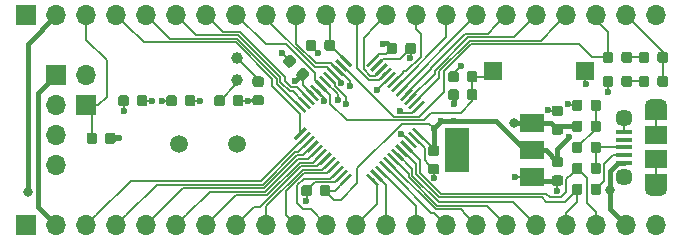
<source format=gtl>
G04 #@! TF.GenerationSoftware,KiCad,Pcbnew,(5.0.0)*
G04 #@! TF.CreationDate,2018-10-21T19:09:07+02:00*
G04 #@! TF.ProjectId,mibo48_stm32,6D69626F34385F73746D33322E6B6963,rev?*
G04 #@! TF.SameCoordinates,PX7a53eb0PY5ad6650*
G04 #@! TF.FileFunction,Copper,L1,Top,Signal*
G04 #@! TF.FilePolarity,Positive*
%FSLAX46Y46*%
G04 Gerber Fmt 4.6, Leading zero omitted, Abs format (unit mm)*
G04 Created by KiCad (PCBNEW (5.0.0)) date 10/21/18 19:09:07*
%MOMM*%
%LPD*%
G01*
G04 APERTURE LIST*
G04 #@! TA.AperFunction,Conductor*
%ADD10C,0.100000*%
G04 #@! TD*
G04 #@! TA.AperFunction,SMDPad,CuDef*
%ADD11C,0.875000*%
G04 #@! TD*
G04 #@! TA.AperFunction,SMDPad,CuDef*
%ADD12R,1.500000X1.500000*%
G04 #@! TD*
G04 #@! TA.AperFunction,SMDPad,CuDef*
%ADD13C,0.250000*%
G04 #@! TD*
G04 #@! TA.AperFunction,ComponentPad*
%ADD14R,1.700000X1.700000*%
G04 #@! TD*
G04 #@! TA.AperFunction,ComponentPad*
%ADD15O,1.700000X1.700000*%
G04 #@! TD*
G04 #@! TA.AperFunction,SMDPad,CuDef*
%ADD16R,1.900000X1.500000*%
G04 #@! TD*
G04 #@! TA.AperFunction,ComponentPad*
%ADD17C,1.450000*%
G04 #@! TD*
G04 #@! TA.AperFunction,SMDPad,CuDef*
%ADD18R,1.350000X0.400000*%
G04 #@! TD*
G04 #@! TA.AperFunction,ComponentPad*
%ADD19O,1.900000X1.200000*%
G04 #@! TD*
G04 #@! TA.AperFunction,SMDPad,CuDef*
%ADD20R,1.900000X1.200000*%
G04 #@! TD*
G04 #@! TA.AperFunction,SMDPad,CuDef*
%ADD21R,2.000000X3.800000*%
G04 #@! TD*
G04 #@! TA.AperFunction,SMDPad,CuDef*
%ADD22R,2.000000X1.500000*%
G04 #@! TD*
G04 #@! TA.AperFunction,ComponentPad*
%ADD23C,1.500000*%
G04 #@! TD*
G04 #@! TA.AperFunction,ComponentPad*
%ADD24C,1.000000*%
G04 #@! TD*
G04 #@! TA.AperFunction,ViaPad*
%ADD25C,0.600000*%
G04 #@! TD*
G04 #@! TA.AperFunction,ViaPad*
%ADD26C,0.800000*%
G04 #@! TD*
G04 #@! TA.AperFunction,Conductor*
%ADD27C,0.152000*%
G04 #@! TD*
G04 #@! TA.AperFunction,Conductor*
%ADD28C,0.400000*%
G04 #@! TD*
G04 APERTURE END LIST*
D10*
G04 #@! TO.N,/BOOT0*
G04 #@! TO.C,R1*
G36*
X7047190Y-11210053D02*
X7068425Y-11213203D01*
X7089249Y-11218419D01*
X7109461Y-11225651D01*
X7128867Y-11234830D01*
X7147280Y-11245866D01*
X7164523Y-11258654D01*
X7180429Y-11273070D01*
X7194845Y-11288976D01*
X7207633Y-11306219D01*
X7218669Y-11324632D01*
X7227848Y-11344038D01*
X7235080Y-11364250D01*
X7240296Y-11385074D01*
X7243446Y-11406309D01*
X7244499Y-11427750D01*
X7244499Y-11940250D01*
X7243446Y-11961691D01*
X7240296Y-11982926D01*
X7235080Y-12003750D01*
X7227848Y-12023962D01*
X7218669Y-12043368D01*
X7207633Y-12061781D01*
X7194845Y-12079024D01*
X7180429Y-12094930D01*
X7164523Y-12109346D01*
X7147280Y-12122134D01*
X7128867Y-12133170D01*
X7109461Y-12142349D01*
X7089249Y-12149581D01*
X7068425Y-12154797D01*
X7047190Y-12157947D01*
X7025749Y-12159000D01*
X6588249Y-12159000D01*
X6566808Y-12157947D01*
X6545573Y-12154797D01*
X6524749Y-12149581D01*
X6504537Y-12142349D01*
X6485131Y-12133170D01*
X6466718Y-12122134D01*
X6449475Y-12109346D01*
X6433569Y-12094930D01*
X6419153Y-12079024D01*
X6406365Y-12061781D01*
X6395329Y-12043368D01*
X6386150Y-12023962D01*
X6378918Y-12003750D01*
X6373702Y-11982926D01*
X6370552Y-11961691D01*
X6369499Y-11940250D01*
X6369499Y-11427750D01*
X6370552Y-11406309D01*
X6373702Y-11385074D01*
X6378918Y-11364250D01*
X6386150Y-11344038D01*
X6395329Y-11324632D01*
X6406365Y-11306219D01*
X6419153Y-11288976D01*
X6433569Y-11273070D01*
X6449475Y-11258654D01*
X6466718Y-11245866D01*
X6485131Y-11234830D01*
X6504537Y-11225651D01*
X6524749Y-11218419D01*
X6545573Y-11213203D01*
X6566808Y-11210053D01*
X6588249Y-11209000D01*
X7025749Y-11209000D01*
X7047190Y-11210053D01*
X7047190Y-11210053D01*
G37*
D11*
G04 #@! TD*
G04 #@! TO.P,R1,1*
G04 #@! TO.N,/BOOT0*
X6806999Y-11684000D03*
D10*
G04 #@! TO.N,GND*
G04 #@! TO.C,R1*
G36*
X8622190Y-11210053D02*
X8643425Y-11213203D01*
X8664249Y-11218419D01*
X8684461Y-11225651D01*
X8703867Y-11234830D01*
X8722280Y-11245866D01*
X8739523Y-11258654D01*
X8755429Y-11273070D01*
X8769845Y-11288976D01*
X8782633Y-11306219D01*
X8793669Y-11324632D01*
X8802848Y-11344038D01*
X8810080Y-11364250D01*
X8815296Y-11385074D01*
X8818446Y-11406309D01*
X8819499Y-11427750D01*
X8819499Y-11940250D01*
X8818446Y-11961691D01*
X8815296Y-11982926D01*
X8810080Y-12003750D01*
X8802848Y-12023962D01*
X8793669Y-12043368D01*
X8782633Y-12061781D01*
X8769845Y-12079024D01*
X8755429Y-12094930D01*
X8739523Y-12109346D01*
X8722280Y-12122134D01*
X8703867Y-12133170D01*
X8684461Y-12142349D01*
X8664249Y-12149581D01*
X8643425Y-12154797D01*
X8622190Y-12157947D01*
X8600749Y-12159000D01*
X8163249Y-12159000D01*
X8141808Y-12157947D01*
X8120573Y-12154797D01*
X8099749Y-12149581D01*
X8079537Y-12142349D01*
X8060131Y-12133170D01*
X8041718Y-12122134D01*
X8024475Y-12109346D01*
X8008569Y-12094930D01*
X7994153Y-12079024D01*
X7981365Y-12061781D01*
X7970329Y-12043368D01*
X7961150Y-12023962D01*
X7953918Y-12003750D01*
X7948702Y-11982926D01*
X7945552Y-11961691D01*
X7944499Y-11940250D01*
X7944499Y-11427750D01*
X7945552Y-11406309D01*
X7948702Y-11385074D01*
X7953918Y-11364250D01*
X7961150Y-11344038D01*
X7970329Y-11324632D01*
X7981365Y-11306219D01*
X7994153Y-11288976D01*
X8008569Y-11273070D01*
X8024475Y-11258654D01*
X8041718Y-11245866D01*
X8060131Y-11234830D01*
X8079537Y-11225651D01*
X8099749Y-11218419D01*
X8120573Y-11213203D01*
X8141808Y-11210053D01*
X8163249Y-11209000D01*
X8600749Y-11209000D01*
X8622190Y-11210053D01*
X8622190Y-11210053D01*
G37*
D11*
G04 #@! TD*
G04 #@! TO.P,R1,2*
G04 #@! TO.N,GND*
X8381999Y-11684000D03*
D12*
G04 #@! TO.P,SW1,1*
G04 #@! TO.N,/RESET*
X40804000Y-5969000D03*
G04 #@! TO.P,SW1,2*
G04 #@! TO.N,GND*
X48604000Y-5969000D03*
G04 #@! TD*
D13*
G04 #@! TO.P,U1,1*
G04 #@! TO.N,/VBAT*
X28332629Y-5139542D03*
D10*
G04 #@! TD*
G04 #@! TO.N,/VBAT*
G04 #@! TO.C,U1*
G36*
X27784621Y-4768311D02*
X27961398Y-4591534D01*
X28880637Y-5510773D01*
X28703860Y-5687550D01*
X27784621Y-4768311D01*
X27784621Y-4768311D01*
G37*
D13*
G04 #@! TO.P,U1,2*
G04 #@! TO.N,/LED1*
X27979076Y-5493095D03*
D10*
G04 #@! TD*
G04 #@! TO.N,/LED1*
G04 #@! TO.C,U1*
G36*
X27431068Y-5121864D02*
X27607845Y-4945087D01*
X28527084Y-5864326D01*
X28350307Y-6041103D01*
X27431068Y-5121864D01*
X27431068Y-5121864D01*
G37*
D13*
G04 #@! TO.P,U1,3*
G04 #@! TO.N,/OSC32_IN*
X27625522Y-5846649D03*
D10*
G04 #@! TD*
G04 #@! TO.N,/OSC32_IN*
G04 #@! TO.C,U1*
G36*
X27077514Y-5475418D02*
X27254291Y-5298641D01*
X28173530Y-6217880D01*
X27996753Y-6394657D01*
X27077514Y-5475418D01*
X27077514Y-5475418D01*
G37*
D13*
G04 #@! TO.P,U1,4*
G04 #@! TO.N,/OSC32_OUT*
X27271969Y-6200202D03*
D10*
G04 #@! TD*
G04 #@! TO.N,/OSC32_OUT*
G04 #@! TO.C,U1*
G36*
X26723961Y-5828971D02*
X26900738Y-5652194D01*
X27819977Y-6571433D01*
X27643200Y-6748210D01*
X26723961Y-5828971D01*
X26723961Y-5828971D01*
G37*
D13*
G04 #@! TO.P,U1,5*
G04 #@! TO.N,/OSC_IN*
X26918416Y-6553755D03*
D10*
G04 #@! TD*
G04 #@! TO.N,/OSC_IN*
G04 #@! TO.C,U1*
G36*
X26370408Y-6182524D02*
X26547185Y-6005747D01*
X27466424Y-6924986D01*
X27289647Y-7101763D01*
X26370408Y-6182524D01*
X26370408Y-6182524D01*
G37*
D13*
G04 #@! TO.P,U1,6*
G04 #@! TO.N,/OSC_OUT*
X26564862Y-6907309D03*
D10*
G04 #@! TD*
G04 #@! TO.N,/OSC_OUT*
G04 #@! TO.C,U1*
G36*
X26016854Y-6536078D02*
X26193631Y-6359301D01*
X27112870Y-7278540D01*
X26936093Y-7455317D01*
X26016854Y-6536078D01*
X26016854Y-6536078D01*
G37*
D13*
G04 #@! TO.P,U1,7*
G04 #@! TO.N,/RESET*
X26211309Y-7260862D03*
D10*
G04 #@! TD*
G04 #@! TO.N,/RESET*
G04 #@! TO.C,U1*
G36*
X25663301Y-6889631D02*
X25840078Y-6712854D01*
X26759317Y-7632093D01*
X26582540Y-7808870D01*
X25663301Y-6889631D01*
X25663301Y-6889631D01*
G37*
D13*
G04 #@! TO.P,U1,8*
G04 #@! TO.N,GND*
X25857755Y-7614416D03*
D10*
G04 #@! TD*
G04 #@! TO.N,GND*
G04 #@! TO.C,U1*
G36*
X25309747Y-7243185D02*
X25486524Y-7066408D01*
X26405763Y-7985647D01*
X26228986Y-8162424D01*
X25309747Y-7243185D01*
X25309747Y-7243185D01*
G37*
D13*
G04 #@! TO.P,U1,9*
G04 #@! TO.N,+3V3*
X25504202Y-7967969D03*
D10*
G04 #@! TD*
G04 #@! TO.N,+3V3*
G04 #@! TO.C,U1*
G36*
X24956194Y-7596738D02*
X25132971Y-7419961D01*
X26052210Y-8339200D01*
X25875433Y-8515977D01*
X24956194Y-7596738D01*
X24956194Y-7596738D01*
G37*
D13*
G04 #@! TO.P,U1,10*
G04 #@! TO.N,/PA0*
X25150649Y-8321522D03*
D10*
G04 #@! TD*
G04 #@! TO.N,/PA0*
G04 #@! TO.C,U1*
G36*
X24602641Y-7950291D02*
X24779418Y-7773514D01*
X25698657Y-8692753D01*
X25521880Y-8869530D01*
X24602641Y-7950291D01*
X24602641Y-7950291D01*
G37*
D13*
G04 #@! TO.P,U1,11*
G04 #@! TO.N,/PA1*
X24797095Y-8675076D03*
D10*
G04 #@! TD*
G04 #@! TO.N,/PA1*
G04 #@! TO.C,U1*
G36*
X24249087Y-8303845D02*
X24425864Y-8127068D01*
X25345103Y-9046307D01*
X25168326Y-9223084D01*
X24249087Y-8303845D01*
X24249087Y-8303845D01*
G37*
D13*
G04 #@! TO.P,U1,12*
G04 #@! TO.N,/PA2*
X24443542Y-9028629D03*
D10*
G04 #@! TD*
G04 #@! TO.N,/PA2*
G04 #@! TO.C,U1*
G36*
X23895534Y-8657398D02*
X24072311Y-8480621D01*
X24991550Y-9399860D01*
X24814773Y-9576637D01*
X23895534Y-8657398D01*
X23895534Y-8657398D01*
G37*
D13*
G04 #@! TO.P,U1,13*
G04 #@! TO.N,/PA3*
X24443542Y-11291371D03*
D10*
G04 #@! TD*
G04 #@! TO.N,/PA3*
G04 #@! TO.C,U1*
G36*
X24072311Y-11839379D02*
X23895534Y-11662602D01*
X24814773Y-10743363D01*
X24991550Y-10920140D01*
X24072311Y-11839379D01*
X24072311Y-11839379D01*
G37*
D13*
G04 #@! TO.P,U1,14*
G04 #@! TO.N,/PA4*
X24797095Y-11644924D03*
D10*
G04 #@! TD*
G04 #@! TO.N,/PA4*
G04 #@! TO.C,U1*
G36*
X24425864Y-12192932D02*
X24249087Y-12016155D01*
X25168326Y-11096916D01*
X25345103Y-11273693D01*
X24425864Y-12192932D01*
X24425864Y-12192932D01*
G37*
D13*
G04 #@! TO.P,U1,15*
G04 #@! TO.N,/PA5*
X25150649Y-11998478D03*
D10*
G04 #@! TD*
G04 #@! TO.N,/PA5*
G04 #@! TO.C,U1*
G36*
X24779418Y-12546486D02*
X24602641Y-12369709D01*
X25521880Y-11450470D01*
X25698657Y-11627247D01*
X24779418Y-12546486D01*
X24779418Y-12546486D01*
G37*
D13*
G04 #@! TO.P,U1,16*
G04 #@! TO.N,/PA6*
X25504202Y-12352031D03*
D10*
G04 #@! TD*
G04 #@! TO.N,/PA6*
G04 #@! TO.C,U1*
G36*
X25132971Y-12900039D02*
X24956194Y-12723262D01*
X25875433Y-11804023D01*
X26052210Y-11980800D01*
X25132971Y-12900039D01*
X25132971Y-12900039D01*
G37*
D13*
G04 #@! TO.P,U1,17*
G04 #@! TO.N,/PA7*
X25857755Y-12705584D03*
D10*
G04 #@! TD*
G04 #@! TO.N,/PA7*
G04 #@! TO.C,U1*
G36*
X25486524Y-13253592D02*
X25309747Y-13076815D01*
X26228986Y-12157576D01*
X26405763Y-12334353D01*
X25486524Y-13253592D01*
X25486524Y-13253592D01*
G37*
D13*
G04 #@! TO.P,U1,18*
G04 #@! TO.N,/PB0*
X26211309Y-13059138D03*
D10*
G04 #@! TD*
G04 #@! TO.N,/PB0*
G04 #@! TO.C,U1*
G36*
X25840078Y-13607146D02*
X25663301Y-13430369D01*
X26582540Y-12511130D01*
X26759317Y-12687907D01*
X25840078Y-13607146D01*
X25840078Y-13607146D01*
G37*
D13*
G04 #@! TO.P,U1,19*
G04 #@! TO.N,/PB1*
X26564862Y-13412691D03*
D10*
G04 #@! TD*
G04 #@! TO.N,/PB1*
G04 #@! TO.C,U1*
G36*
X26193631Y-13960699D02*
X26016854Y-13783922D01*
X26936093Y-12864683D01*
X27112870Y-13041460D01*
X26193631Y-13960699D01*
X26193631Y-13960699D01*
G37*
D13*
G04 #@! TO.P,U1,20*
G04 #@! TO.N,/PB2*
X26918416Y-13766245D03*
D10*
G04 #@! TD*
G04 #@! TO.N,/PB2*
G04 #@! TO.C,U1*
G36*
X26547185Y-14314253D02*
X26370408Y-14137476D01*
X27289647Y-13218237D01*
X27466424Y-13395014D01*
X26547185Y-14314253D01*
X26547185Y-14314253D01*
G37*
D13*
G04 #@! TO.P,U1,21*
G04 #@! TO.N,/PB10*
X27271969Y-14119798D03*
D10*
G04 #@! TD*
G04 #@! TO.N,/PB10*
G04 #@! TO.C,U1*
G36*
X26900738Y-14667806D02*
X26723961Y-14491029D01*
X27643200Y-13571790D01*
X27819977Y-13748567D01*
X26900738Y-14667806D01*
X26900738Y-14667806D01*
G37*
D13*
G04 #@! TO.P,U1,22*
G04 #@! TO.N,/PB11*
X27625522Y-14473351D03*
D10*
G04 #@! TD*
G04 #@! TO.N,/PB11*
G04 #@! TO.C,U1*
G36*
X27254291Y-15021359D02*
X27077514Y-14844582D01*
X27996753Y-13925343D01*
X28173530Y-14102120D01*
X27254291Y-15021359D01*
X27254291Y-15021359D01*
G37*
D13*
G04 #@! TO.P,U1,23*
G04 #@! TO.N,GND*
X27979076Y-14826905D03*
D10*
G04 #@! TD*
G04 #@! TO.N,GND*
G04 #@! TO.C,U1*
G36*
X27607845Y-15374913D02*
X27431068Y-15198136D01*
X28350307Y-14278897D01*
X28527084Y-14455674D01*
X27607845Y-15374913D01*
X27607845Y-15374913D01*
G37*
D13*
G04 #@! TO.P,U1,24*
G04 #@! TO.N,+3V3*
X28332629Y-15180458D03*
D10*
G04 #@! TD*
G04 #@! TO.N,+3V3*
G04 #@! TO.C,U1*
G36*
X27961398Y-15728466D02*
X27784621Y-15551689D01*
X28703860Y-14632450D01*
X28880637Y-14809227D01*
X27961398Y-15728466D01*
X27961398Y-15728466D01*
G37*
D13*
G04 #@! TO.P,U1,25*
G04 #@! TO.N,/PB12*
X30595371Y-15180458D03*
D10*
G04 #@! TD*
G04 #@! TO.N,/PB12*
G04 #@! TO.C,U1*
G36*
X30047363Y-14809227D02*
X30224140Y-14632450D01*
X31143379Y-15551689D01*
X30966602Y-15728466D01*
X30047363Y-14809227D01*
X30047363Y-14809227D01*
G37*
D13*
G04 #@! TO.P,U1,26*
G04 #@! TO.N,/PB13*
X30948924Y-14826905D03*
D10*
G04 #@! TD*
G04 #@! TO.N,/PB13*
G04 #@! TO.C,U1*
G36*
X30400916Y-14455674D02*
X30577693Y-14278897D01*
X31496932Y-15198136D01*
X31320155Y-15374913D01*
X30400916Y-14455674D01*
X30400916Y-14455674D01*
G37*
D13*
G04 #@! TO.P,U1,27*
G04 #@! TO.N,/PB14*
X31302478Y-14473351D03*
D10*
G04 #@! TD*
G04 #@! TO.N,/PB14*
G04 #@! TO.C,U1*
G36*
X30754470Y-14102120D02*
X30931247Y-13925343D01*
X31850486Y-14844582D01*
X31673709Y-15021359D01*
X30754470Y-14102120D01*
X30754470Y-14102120D01*
G37*
D13*
G04 #@! TO.P,U1,28*
G04 #@! TO.N,/PB15*
X31656031Y-14119798D03*
D10*
G04 #@! TD*
G04 #@! TO.N,/PB15*
G04 #@! TO.C,U1*
G36*
X31108023Y-13748567D02*
X31284800Y-13571790D01*
X32204039Y-14491029D01*
X32027262Y-14667806D01*
X31108023Y-13748567D01*
X31108023Y-13748567D01*
G37*
D13*
G04 #@! TO.P,U1,29*
G04 #@! TO.N,/PA8*
X32009584Y-13766245D03*
D10*
G04 #@! TD*
G04 #@! TO.N,/PA8*
G04 #@! TO.C,U1*
G36*
X31461576Y-13395014D02*
X31638353Y-13218237D01*
X32557592Y-14137476D01*
X32380815Y-14314253D01*
X31461576Y-13395014D01*
X31461576Y-13395014D01*
G37*
D13*
G04 #@! TO.P,U1,30*
G04 #@! TO.N,/PA9*
X32363138Y-13412691D03*
D10*
G04 #@! TD*
G04 #@! TO.N,/PA9*
G04 #@! TO.C,U1*
G36*
X31815130Y-13041460D02*
X31991907Y-12864683D01*
X32911146Y-13783922D01*
X32734369Y-13960699D01*
X31815130Y-13041460D01*
X31815130Y-13041460D01*
G37*
D13*
G04 #@! TO.P,U1,31*
G04 #@! TO.N,/PA10*
X32716691Y-13059138D03*
D10*
G04 #@! TD*
G04 #@! TO.N,/PA10*
G04 #@! TO.C,U1*
G36*
X32168683Y-12687907D02*
X32345460Y-12511130D01*
X33264699Y-13430369D01*
X33087922Y-13607146D01*
X32168683Y-12687907D01*
X32168683Y-12687907D01*
G37*
D13*
G04 #@! TO.P,U1,32*
G04 #@! TO.N,/PA11*
X33070245Y-12705584D03*
D10*
G04 #@! TD*
G04 #@! TO.N,/PA11*
G04 #@! TO.C,U1*
G36*
X32522237Y-12334353D02*
X32699014Y-12157576D01*
X33618253Y-13076815D01*
X33441476Y-13253592D01*
X32522237Y-12334353D01*
X32522237Y-12334353D01*
G37*
D13*
G04 #@! TO.P,U1,33*
G04 #@! TO.N,/PA12*
X33423798Y-12352031D03*
D10*
G04 #@! TD*
G04 #@! TO.N,/PA12*
G04 #@! TO.C,U1*
G36*
X32875790Y-11980800D02*
X33052567Y-11804023D01*
X33971806Y-12723262D01*
X33795029Y-12900039D01*
X32875790Y-11980800D01*
X32875790Y-11980800D01*
G37*
D13*
G04 #@! TO.P,U1,34*
G04 #@! TO.N,/SWDIO*
X33777351Y-11998478D03*
D10*
G04 #@! TD*
G04 #@! TO.N,/SWDIO*
G04 #@! TO.C,U1*
G36*
X33229343Y-11627247D02*
X33406120Y-11450470D01*
X34325359Y-12369709D01*
X34148582Y-12546486D01*
X33229343Y-11627247D01*
X33229343Y-11627247D01*
G37*
D13*
G04 #@! TO.P,U1,35*
G04 #@! TO.N,GND*
X34130905Y-11644924D03*
D10*
G04 #@! TD*
G04 #@! TO.N,GND*
G04 #@! TO.C,U1*
G36*
X33582897Y-11273693D02*
X33759674Y-11096916D01*
X34678913Y-12016155D01*
X34502136Y-12192932D01*
X33582897Y-11273693D01*
X33582897Y-11273693D01*
G37*
D13*
G04 #@! TO.P,U1,36*
G04 #@! TO.N,+3V3*
X34484458Y-11291371D03*
D10*
G04 #@! TD*
G04 #@! TO.N,+3V3*
G04 #@! TO.C,U1*
G36*
X33936450Y-10920140D02*
X34113227Y-10743363D01*
X35032466Y-11662602D01*
X34855689Y-11839379D01*
X33936450Y-10920140D01*
X33936450Y-10920140D01*
G37*
D13*
G04 #@! TO.P,U1,37*
G04 #@! TO.N,/SWDCLK*
X34484458Y-9028629D03*
D10*
G04 #@! TD*
G04 #@! TO.N,/SWDCLK*
G04 #@! TO.C,U1*
G36*
X34113227Y-9576637D02*
X33936450Y-9399860D01*
X34855689Y-8480621D01*
X35032466Y-8657398D01*
X34113227Y-9576637D01*
X34113227Y-9576637D01*
G37*
D13*
G04 #@! TO.P,U1,38*
G04 #@! TO.N,/PA15*
X34130905Y-8675076D03*
D10*
G04 #@! TD*
G04 #@! TO.N,/PA15*
G04 #@! TO.C,U1*
G36*
X33759674Y-9223084D02*
X33582897Y-9046307D01*
X34502136Y-8127068D01*
X34678913Y-8303845D01*
X33759674Y-9223084D01*
X33759674Y-9223084D01*
G37*
D13*
G04 #@! TO.P,U1,39*
G04 #@! TO.N,/PB3*
X33777351Y-8321522D03*
D10*
G04 #@! TD*
G04 #@! TO.N,/PB3*
G04 #@! TO.C,U1*
G36*
X33406120Y-8869530D02*
X33229343Y-8692753D01*
X34148582Y-7773514D01*
X34325359Y-7950291D01*
X33406120Y-8869530D01*
X33406120Y-8869530D01*
G37*
D13*
G04 #@! TO.P,U1,40*
G04 #@! TO.N,/PB4*
X33423798Y-7967969D03*
D10*
G04 #@! TD*
G04 #@! TO.N,/PB4*
G04 #@! TO.C,U1*
G36*
X33052567Y-8515977D02*
X32875790Y-8339200D01*
X33795029Y-7419961D01*
X33971806Y-7596738D01*
X33052567Y-8515977D01*
X33052567Y-8515977D01*
G37*
D13*
G04 #@! TO.P,U1,41*
G04 #@! TO.N,/PB5*
X33070245Y-7614416D03*
D10*
G04 #@! TD*
G04 #@! TO.N,/PB5*
G04 #@! TO.C,U1*
G36*
X32699014Y-8162424D02*
X32522237Y-7985647D01*
X33441476Y-7066408D01*
X33618253Y-7243185D01*
X32699014Y-8162424D01*
X32699014Y-8162424D01*
G37*
D13*
G04 #@! TO.P,U1,42*
G04 #@! TO.N,/PB6*
X32716691Y-7260862D03*
D10*
G04 #@! TD*
G04 #@! TO.N,/PB6*
G04 #@! TO.C,U1*
G36*
X32345460Y-7808870D02*
X32168683Y-7632093D01*
X33087922Y-6712854D01*
X33264699Y-6889631D01*
X32345460Y-7808870D01*
X32345460Y-7808870D01*
G37*
D13*
G04 #@! TO.P,U1,43*
G04 #@! TO.N,/PB7*
X32363138Y-6907309D03*
D10*
G04 #@! TD*
G04 #@! TO.N,/PB7*
G04 #@! TO.C,U1*
G36*
X31991907Y-7455317D02*
X31815130Y-7278540D01*
X32734369Y-6359301D01*
X32911146Y-6536078D01*
X31991907Y-7455317D01*
X31991907Y-7455317D01*
G37*
D13*
G04 #@! TO.P,U1,44*
G04 #@! TO.N,/BOOT0*
X32009584Y-6553755D03*
D10*
G04 #@! TD*
G04 #@! TO.N,/BOOT0*
G04 #@! TO.C,U1*
G36*
X31638353Y-7101763D02*
X31461576Y-6924986D01*
X32380815Y-6005747D01*
X32557592Y-6182524D01*
X31638353Y-7101763D01*
X31638353Y-7101763D01*
G37*
D13*
G04 #@! TO.P,U1,45*
G04 #@! TO.N,/PB8*
X31656031Y-6200202D03*
D10*
G04 #@! TD*
G04 #@! TO.N,/PB8*
G04 #@! TO.C,U1*
G36*
X31284800Y-6748210D02*
X31108023Y-6571433D01*
X32027262Y-5652194D01*
X32204039Y-5828971D01*
X31284800Y-6748210D01*
X31284800Y-6748210D01*
G37*
D13*
G04 #@! TO.P,U1,46*
G04 #@! TO.N,/PB9*
X31302478Y-5846649D03*
D10*
G04 #@! TD*
G04 #@! TO.N,/PB9*
G04 #@! TO.C,U1*
G36*
X30931247Y-6394657D02*
X30754470Y-6217880D01*
X31673709Y-5298641D01*
X31850486Y-5475418D01*
X30931247Y-6394657D01*
X30931247Y-6394657D01*
G37*
D13*
G04 #@! TO.P,U1,47*
G04 #@! TO.N,GND*
X30948924Y-5493095D03*
D10*
G04 #@! TD*
G04 #@! TO.N,GND*
G04 #@! TO.C,U1*
G36*
X30577693Y-6041103D02*
X30400916Y-5864326D01*
X31320155Y-4945087D01*
X31496932Y-5121864D01*
X30577693Y-6041103D01*
X30577693Y-6041103D01*
G37*
D13*
G04 #@! TO.P,U1,48*
G04 #@! TO.N,+3V3*
X30595371Y-5139542D03*
D10*
G04 #@! TD*
G04 #@! TO.N,+3V3*
G04 #@! TO.C,U1*
G36*
X30224140Y-5687550D02*
X30047363Y-5510773D01*
X30966602Y-4591534D01*
X31143379Y-4768311D01*
X30224140Y-5687550D01*
X30224140Y-5687550D01*
G37*
G04 #@! TO.N,GND*
G04 #@! TO.C,C4*
G36*
X23621111Y-4604580D02*
X23642346Y-4607730D01*
X23663170Y-4612946D01*
X23683382Y-4620178D01*
X23702788Y-4629357D01*
X23721201Y-4640393D01*
X23738444Y-4653181D01*
X23754350Y-4667597D01*
X24063709Y-4976956D01*
X24078125Y-4992862D01*
X24090913Y-5010105D01*
X24101949Y-5028518D01*
X24111128Y-5047924D01*
X24118360Y-5068136D01*
X24123576Y-5088960D01*
X24126726Y-5110195D01*
X24127779Y-5131636D01*
X24126726Y-5153077D01*
X24123576Y-5174312D01*
X24118360Y-5195136D01*
X24111128Y-5215348D01*
X24101949Y-5234754D01*
X24090913Y-5253167D01*
X24078125Y-5270410D01*
X24063709Y-5286316D01*
X23701316Y-5648709D01*
X23685410Y-5663125D01*
X23668167Y-5675913D01*
X23649754Y-5686949D01*
X23630348Y-5696128D01*
X23610136Y-5703360D01*
X23589312Y-5708576D01*
X23568077Y-5711726D01*
X23546636Y-5712779D01*
X23525195Y-5711726D01*
X23503960Y-5708576D01*
X23483136Y-5703360D01*
X23462924Y-5696128D01*
X23443518Y-5686949D01*
X23425105Y-5675913D01*
X23407862Y-5663125D01*
X23391956Y-5648709D01*
X23082597Y-5339350D01*
X23068181Y-5323444D01*
X23055393Y-5306201D01*
X23044357Y-5287788D01*
X23035178Y-5268382D01*
X23027946Y-5248170D01*
X23022730Y-5227346D01*
X23019580Y-5206111D01*
X23018527Y-5184670D01*
X23019580Y-5163229D01*
X23022730Y-5141994D01*
X23027946Y-5121170D01*
X23035178Y-5100958D01*
X23044357Y-5081552D01*
X23055393Y-5063139D01*
X23068181Y-5045896D01*
X23082597Y-5029990D01*
X23444990Y-4667597D01*
X23460896Y-4653181D01*
X23478139Y-4640393D01*
X23496552Y-4629357D01*
X23515958Y-4620178D01*
X23536170Y-4612946D01*
X23556994Y-4607730D01*
X23578229Y-4604580D01*
X23599670Y-4603527D01*
X23621111Y-4604580D01*
X23621111Y-4604580D01*
G37*
D11*
G04 #@! TD*
G04 #@! TO.P,C4,2*
G04 #@! TO.N,GND*
X23573153Y-5158153D03*
D10*
G04 #@! TO.N,+3V3*
G04 #@! TO.C,C4*
G36*
X24734805Y-5718274D02*
X24756040Y-5721424D01*
X24776864Y-5726640D01*
X24797076Y-5733872D01*
X24816482Y-5743051D01*
X24834895Y-5754087D01*
X24852138Y-5766875D01*
X24868044Y-5781291D01*
X25177403Y-6090650D01*
X25191819Y-6106556D01*
X25204607Y-6123799D01*
X25215643Y-6142212D01*
X25224822Y-6161618D01*
X25232054Y-6181830D01*
X25237270Y-6202654D01*
X25240420Y-6223889D01*
X25241473Y-6245330D01*
X25240420Y-6266771D01*
X25237270Y-6288006D01*
X25232054Y-6308830D01*
X25224822Y-6329042D01*
X25215643Y-6348448D01*
X25204607Y-6366861D01*
X25191819Y-6384104D01*
X25177403Y-6400010D01*
X24815010Y-6762403D01*
X24799104Y-6776819D01*
X24781861Y-6789607D01*
X24763448Y-6800643D01*
X24744042Y-6809822D01*
X24723830Y-6817054D01*
X24703006Y-6822270D01*
X24681771Y-6825420D01*
X24660330Y-6826473D01*
X24638889Y-6825420D01*
X24617654Y-6822270D01*
X24596830Y-6817054D01*
X24576618Y-6809822D01*
X24557212Y-6800643D01*
X24538799Y-6789607D01*
X24521556Y-6776819D01*
X24505650Y-6762403D01*
X24196291Y-6453044D01*
X24181875Y-6437138D01*
X24169087Y-6419895D01*
X24158051Y-6401482D01*
X24148872Y-6382076D01*
X24141640Y-6361864D01*
X24136424Y-6341040D01*
X24133274Y-6319805D01*
X24132221Y-6298364D01*
X24133274Y-6276923D01*
X24136424Y-6255688D01*
X24141640Y-6234864D01*
X24148872Y-6214652D01*
X24158051Y-6195246D01*
X24169087Y-6176833D01*
X24181875Y-6159590D01*
X24196291Y-6143684D01*
X24558684Y-5781291D01*
X24574590Y-5766875D01*
X24591833Y-5754087D01*
X24610246Y-5743051D01*
X24629652Y-5733872D01*
X24649864Y-5726640D01*
X24670688Y-5721424D01*
X24691923Y-5718274D01*
X24713364Y-5717221D01*
X24734805Y-5718274D01*
X24734805Y-5718274D01*
G37*
D11*
G04 #@! TD*
G04 #@! TO.P,C4,1*
G04 #@! TO.N,+3V3*
X24686847Y-6271847D03*
D10*
G04 #@! TO.N,GND*
G04 #@! TO.C,C5*
G36*
X34047691Y-3590053D02*
X34068926Y-3593203D01*
X34089750Y-3598419D01*
X34109962Y-3605651D01*
X34129368Y-3614830D01*
X34147781Y-3625866D01*
X34165024Y-3638654D01*
X34180930Y-3653070D01*
X34195346Y-3668976D01*
X34208134Y-3686219D01*
X34219170Y-3704632D01*
X34228349Y-3724038D01*
X34235581Y-3744250D01*
X34240797Y-3765074D01*
X34243947Y-3786309D01*
X34245000Y-3807750D01*
X34245000Y-4320250D01*
X34243947Y-4341691D01*
X34240797Y-4362926D01*
X34235581Y-4383750D01*
X34228349Y-4403962D01*
X34219170Y-4423368D01*
X34208134Y-4441781D01*
X34195346Y-4459024D01*
X34180930Y-4474930D01*
X34165024Y-4489346D01*
X34147781Y-4502134D01*
X34129368Y-4513170D01*
X34109962Y-4522349D01*
X34089750Y-4529581D01*
X34068926Y-4534797D01*
X34047691Y-4537947D01*
X34026250Y-4539000D01*
X33588750Y-4539000D01*
X33567309Y-4537947D01*
X33546074Y-4534797D01*
X33525250Y-4529581D01*
X33505038Y-4522349D01*
X33485632Y-4513170D01*
X33467219Y-4502134D01*
X33449976Y-4489346D01*
X33434070Y-4474930D01*
X33419654Y-4459024D01*
X33406866Y-4441781D01*
X33395830Y-4423368D01*
X33386651Y-4403962D01*
X33379419Y-4383750D01*
X33374203Y-4362926D01*
X33371053Y-4341691D01*
X33370000Y-4320250D01*
X33370000Y-3807750D01*
X33371053Y-3786309D01*
X33374203Y-3765074D01*
X33379419Y-3744250D01*
X33386651Y-3724038D01*
X33395830Y-3704632D01*
X33406866Y-3686219D01*
X33419654Y-3668976D01*
X33434070Y-3653070D01*
X33449976Y-3638654D01*
X33467219Y-3625866D01*
X33485632Y-3614830D01*
X33505038Y-3605651D01*
X33525250Y-3598419D01*
X33546074Y-3593203D01*
X33567309Y-3590053D01*
X33588750Y-3589000D01*
X34026250Y-3589000D01*
X34047691Y-3590053D01*
X34047691Y-3590053D01*
G37*
D11*
G04 #@! TD*
G04 #@! TO.P,C5,2*
G04 #@! TO.N,GND*
X33807500Y-4064000D03*
D10*
G04 #@! TO.N,+3V3*
G04 #@! TO.C,C5*
G36*
X32472691Y-3590053D02*
X32493926Y-3593203D01*
X32514750Y-3598419D01*
X32534962Y-3605651D01*
X32554368Y-3614830D01*
X32572781Y-3625866D01*
X32590024Y-3638654D01*
X32605930Y-3653070D01*
X32620346Y-3668976D01*
X32633134Y-3686219D01*
X32644170Y-3704632D01*
X32653349Y-3724038D01*
X32660581Y-3744250D01*
X32665797Y-3765074D01*
X32668947Y-3786309D01*
X32670000Y-3807750D01*
X32670000Y-4320250D01*
X32668947Y-4341691D01*
X32665797Y-4362926D01*
X32660581Y-4383750D01*
X32653349Y-4403962D01*
X32644170Y-4423368D01*
X32633134Y-4441781D01*
X32620346Y-4459024D01*
X32605930Y-4474930D01*
X32590024Y-4489346D01*
X32572781Y-4502134D01*
X32554368Y-4513170D01*
X32534962Y-4522349D01*
X32514750Y-4529581D01*
X32493926Y-4534797D01*
X32472691Y-4537947D01*
X32451250Y-4539000D01*
X32013750Y-4539000D01*
X31992309Y-4537947D01*
X31971074Y-4534797D01*
X31950250Y-4529581D01*
X31930038Y-4522349D01*
X31910632Y-4513170D01*
X31892219Y-4502134D01*
X31874976Y-4489346D01*
X31859070Y-4474930D01*
X31844654Y-4459024D01*
X31831866Y-4441781D01*
X31820830Y-4423368D01*
X31811651Y-4403962D01*
X31804419Y-4383750D01*
X31799203Y-4362926D01*
X31796053Y-4341691D01*
X31795000Y-4320250D01*
X31795000Y-3807750D01*
X31796053Y-3786309D01*
X31799203Y-3765074D01*
X31804419Y-3744250D01*
X31811651Y-3724038D01*
X31820830Y-3704632D01*
X31831866Y-3686219D01*
X31844654Y-3668976D01*
X31859070Y-3653070D01*
X31874976Y-3638654D01*
X31892219Y-3625866D01*
X31910632Y-3614830D01*
X31930038Y-3605651D01*
X31950250Y-3598419D01*
X31971074Y-3593203D01*
X31992309Y-3590053D01*
X32013750Y-3589000D01*
X32451250Y-3589000D01*
X32472691Y-3590053D01*
X32472691Y-3590053D01*
G37*
D11*
G04 #@! TD*
G04 #@! TO.P,C5,1*
G04 #@! TO.N,+3V3*
X32232500Y-4064000D03*
D10*
G04 #@! TO.N,GND*
G04 #@! TO.C,C1*
G36*
X9739691Y-8035053D02*
X9760926Y-8038203D01*
X9781750Y-8043419D01*
X9801962Y-8050651D01*
X9821368Y-8059830D01*
X9839781Y-8070866D01*
X9857024Y-8083654D01*
X9872930Y-8098070D01*
X9887346Y-8113976D01*
X9900134Y-8131219D01*
X9911170Y-8149632D01*
X9920349Y-8169038D01*
X9927581Y-8189250D01*
X9932797Y-8210074D01*
X9935947Y-8231309D01*
X9937000Y-8252750D01*
X9937000Y-8765250D01*
X9935947Y-8786691D01*
X9932797Y-8807926D01*
X9927581Y-8828750D01*
X9920349Y-8848962D01*
X9911170Y-8868368D01*
X9900134Y-8886781D01*
X9887346Y-8904024D01*
X9872930Y-8919930D01*
X9857024Y-8934346D01*
X9839781Y-8947134D01*
X9821368Y-8958170D01*
X9801962Y-8967349D01*
X9781750Y-8974581D01*
X9760926Y-8979797D01*
X9739691Y-8982947D01*
X9718250Y-8984000D01*
X9280750Y-8984000D01*
X9259309Y-8982947D01*
X9238074Y-8979797D01*
X9217250Y-8974581D01*
X9197038Y-8967349D01*
X9177632Y-8958170D01*
X9159219Y-8947134D01*
X9141976Y-8934346D01*
X9126070Y-8919930D01*
X9111654Y-8904024D01*
X9098866Y-8886781D01*
X9087830Y-8868368D01*
X9078651Y-8848962D01*
X9071419Y-8828750D01*
X9066203Y-8807926D01*
X9063053Y-8786691D01*
X9062000Y-8765250D01*
X9062000Y-8252750D01*
X9063053Y-8231309D01*
X9066203Y-8210074D01*
X9071419Y-8189250D01*
X9078651Y-8169038D01*
X9087830Y-8149632D01*
X9098866Y-8131219D01*
X9111654Y-8113976D01*
X9126070Y-8098070D01*
X9141976Y-8083654D01*
X9159219Y-8070866D01*
X9177632Y-8059830D01*
X9197038Y-8050651D01*
X9217250Y-8043419D01*
X9238074Y-8038203D01*
X9259309Y-8035053D01*
X9280750Y-8034000D01*
X9718250Y-8034000D01*
X9739691Y-8035053D01*
X9739691Y-8035053D01*
G37*
D11*
G04 #@! TD*
G04 #@! TO.P,C1,2*
G04 #@! TO.N,GND*
X9499500Y-8509000D03*
D10*
G04 #@! TO.N,/OSC_IN*
G04 #@! TO.C,C1*
G36*
X11314691Y-8035053D02*
X11335926Y-8038203D01*
X11356750Y-8043419D01*
X11376962Y-8050651D01*
X11396368Y-8059830D01*
X11414781Y-8070866D01*
X11432024Y-8083654D01*
X11447930Y-8098070D01*
X11462346Y-8113976D01*
X11475134Y-8131219D01*
X11486170Y-8149632D01*
X11495349Y-8169038D01*
X11502581Y-8189250D01*
X11507797Y-8210074D01*
X11510947Y-8231309D01*
X11512000Y-8252750D01*
X11512000Y-8765250D01*
X11510947Y-8786691D01*
X11507797Y-8807926D01*
X11502581Y-8828750D01*
X11495349Y-8848962D01*
X11486170Y-8868368D01*
X11475134Y-8886781D01*
X11462346Y-8904024D01*
X11447930Y-8919930D01*
X11432024Y-8934346D01*
X11414781Y-8947134D01*
X11396368Y-8958170D01*
X11376962Y-8967349D01*
X11356750Y-8974581D01*
X11335926Y-8979797D01*
X11314691Y-8982947D01*
X11293250Y-8984000D01*
X10855750Y-8984000D01*
X10834309Y-8982947D01*
X10813074Y-8979797D01*
X10792250Y-8974581D01*
X10772038Y-8967349D01*
X10752632Y-8958170D01*
X10734219Y-8947134D01*
X10716976Y-8934346D01*
X10701070Y-8919930D01*
X10686654Y-8904024D01*
X10673866Y-8886781D01*
X10662830Y-8868368D01*
X10653651Y-8848962D01*
X10646419Y-8828750D01*
X10641203Y-8807926D01*
X10638053Y-8786691D01*
X10637000Y-8765250D01*
X10637000Y-8252750D01*
X10638053Y-8231309D01*
X10641203Y-8210074D01*
X10646419Y-8189250D01*
X10653651Y-8169038D01*
X10662830Y-8149632D01*
X10673866Y-8131219D01*
X10686654Y-8113976D01*
X10701070Y-8098070D01*
X10716976Y-8083654D01*
X10734219Y-8070866D01*
X10752632Y-8059830D01*
X10772038Y-8050651D01*
X10792250Y-8043419D01*
X10813074Y-8038203D01*
X10834309Y-8035053D01*
X10855750Y-8034000D01*
X11293250Y-8034000D01*
X11314691Y-8035053D01*
X11314691Y-8035053D01*
G37*
D11*
G04 #@! TD*
G04 #@! TO.P,C1,1*
G04 #@! TO.N,/OSC_IN*
X11074500Y-8509000D03*
D10*
G04 #@! TO.N,/OSC_OUT*
G04 #@! TO.C,C2*
G36*
X15378691Y-8035053D02*
X15399926Y-8038203D01*
X15420750Y-8043419D01*
X15440962Y-8050651D01*
X15460368Y-8059830D01*
X15478781Y-8070866D01*
X15496024Y-8083654D01*
X15511930Y-8098070D01*
X15526346Y-8113976D01*
X15539134Y-8131219D01*
X15550170Y-8149632D01*
X15559349Y-8169038D01*
X15566581Y-8189250D01*
X15571797Y-8210074D01*
X15574947Y-8231309D01*
X15576000Y-8252750D01*
X15576000Y-8765250D01*
X15574947Y-8786691D01*
X15571797Y-8807926D01*
X15566581Y-8828750D01*
X15559349Y-8848962D01*
X15550170Y-8868368D01*
X15539134Y-8886781D01*
X15526346Y-8904024D01*
X15511930Y-8919930D01*
X15496024Y-8934346D01*
X15478781Y-8947134D01*
X15460368Y-8958170D01*
X15440962Y-8967349D01*
X15420750Y-8974581D01*
X15399926Y-8979797D01*
X15378691Y-8982947D01*
X15357250Y-8984000D01*
X14919750Y-8984000D01*
X14898309Y-8982947D01*
X14877074Y-8979797D01*
X14856250Y-8974581D01*
X14836038Y-8967349D01*
X14816632Y-8958170D01*
X14798219Y-8947134D01*
X14780976Y-8934346D01*
X14765070Y-8919930D01*
X14750654Y-8904024D01*
X14737866Y-8886781D01*
X14726830Y-8868368D01*
X14717651Y-8848962D01*
X14710419Y-8828750D01*
X14705203Y-8807926D01*
X14702053Y-8786691D01*
X14701000Y-8765250D01*
X14701000Y-8252750D01*
X14702053Y-8231309D01*
X14705203Y-8210074D01*
X14710419Y-8189250D01*
X14717651Y-8169038D01*
X14726830Y-8149632D01*
X14737866Y-8131219D01*
X14750654Y-8113976D01*
X14765070Y-8098070D01*
X14780976Y-8083654D01*
X14798219Y-8070866D01*
X14816632Y-8059830D01*
X14836038Y-8050651D01*
X14856250Y-8043419D01*
X14877074Y-8038203D01*
X14898309Y-8035053D01*
X14919750Y-8034000D01*
X15357250Y-8034000D01*
X15378691Y-8035053D01*
X15378691Y-8035053D01*
G37*
D11*
G04 #@! TD*
G04 #@! TO.P,C2,1*
G04 #@! TO.N,/OSC_OUT*
X15138500Y-8509000D03*
D10*
G04 #@! TO.N,GND*
G04 #@! TO.C,C2*
G36*
X13803691Y-8035053D02*
X13824926Y-8038203D01*
X13845750Y-8043419D01*
X13865962Y-8050651D01*
X13885368Y-8059830D01*
X13903781Y-8070866D01*
X13921024Y-8083654D01*
X13936930Y-8098070D01*
X13951346Y-8113976D01*
X13964134Y-8131219D01*
X13975170Y-8149632D01*
X13984349Y-8169038D01*
X13991581Y-8189250D01*
X13996797Y-8210074D01*
X13999947Y-8231309D01*
X14001000Y-8252750D01*
X14001000Y-8765250D01*
X13999947Y-8786691D01*
X13996797Y-8807926D01*
X13991581Y-8828750D01*
X13984349Y-8848962D01*
X13975170Y-8868368D01*
X13964134Y-8886781D01*
X13951346Y-8904024D01*
X13936930Y-8919930D01*
X13921024Y-8934346D01*
X13903781Y-8947134D01*
X13885368Y-8958170D01*
X13865962Y-8967349D01*
X13845750Y-8974581D01*
X13824926Y-8979797D01*
X13803691Y-8982947D01*
X13782250Y-8984000D01*
X13344750Y-8984000D01*
X13323309Y-8982947D01*
X13302074Y-8979797D01*
X13281250Y-8974581D01*
X13261038Y-8967349D01*
X13241632Y-8958170D01*
X13223219Y-8947134D01*
X13205976Y-8934346D01*
X13190070Y-8919930D01*
X13175654Y-8904024D01*
X13162866Y-8886781D01*
X13151830Y-8868368D01*
X13142651Y-8848962D01*
X13135419Y-8828750D01*
X13130203Y-8807926D01*
X13127053Y-8786691D01*
X13126000Y-8765250D01*
X13126000Y-8252750D01*
X13127053Y-8231309D01*
X13130203Y-8210074D01*
X13135419Y-8189250D01*
X13142651Y-8169038D01*
X13151830Y-8149632D01*
X13162866Y-8131219D01*
X13175654Y-8113976D01*
X13190070Y-8098070D01*
X13205976Y-8083654D01*
X13223219Y-8070866D01*
X13241632Y-8059830D01*
X13261038Y-8050651D01*
X13281250Y-8043419D01*
X13302074Y-8038203D01*
X13323309Y-8035053D01*
X13344750Y-8034000D01*
X13782250Y-8034000D01*
X13803691Y-8035053D01*
X13803691Y-8035053D01*
G37*
D11*
G04 #@! TD*
G04 #@! TO.P,C2,2*
G04 #@! TO.N,GND*
X13563500Y-8509000D03*
D10*
G04 #@! TO.N,/RESET*
G04 #@! TO.C,C3*
G36*
X39254691Y-6003053D02*
X39275926Y-6006203D01*
X39296750Y-6011419D01*
X39316962Y-6018651D01*
X39336368Y-6027830D01*
X39354781Y-6038866D01*
X39372024Y-6051654D01*
X39387930Y-6066070D01*
X39402346Y-6081976D01*
X39415134Y-6099219D01*
X39426170Y-6117632D01*
X39435349Y-6137038D01*
X39442581Y-6157250D01*
X39447797Y-6178074D01*
X39450947Y-6199309D01*
X39452000Y-6220750D01*
X39452000Y-6733250D01*
X39450947Y-6754691D01*
X39447797Y-6775926D01*
X39442581Y-6796750D01*
X39435349Y-6816962D01*
X39426170Y-6836368D01*
X39415134Y-6854781D01*
X39402346Y-6872024D01*
X39387930Y-6887930D01*
X39372024Y-6902346D01*
X39354781Y-6915134D01*
X39336368Y-6926170D01*
X39316962Y-6935349D01*
X39296750Y-6942581D01*
X39275926Y-6947797D01*
X39254691Y-6950947D01*
X39233250Y-6952000D01*
X38795750Y-6952000D01*
X38774309Y-6950947D01*
X38753074Y-6947797D01*
X38732250Y-6942581D01*
X38712038Y-6935349D01*
X38692632Y-6926170D01*
X38674219Y-6915134D01*
X38656976Y-6902346D01*
X38641070Y-6887930D01*
X38626654Y-6872024D01*
X38613866Y-6854781D01*
X38602830Y-6836368D01*
X38593651Y-6816962D01*
X38586419Y-6796750D01*
X38581203Y-6775926D01*
X38578053Y-6754691D01*
X38577000Y-6733250D01*
X38577000Y-6220750D01*
X38578053Y-6199309D01*
X38581203Y-6178074D01*
X38586419Y-6157250D01*
X38593651Y-6137038D01*
X38602830Y-6117632D01*
X38613866Y-6099219D01*
X38626654Y-6081976D01*
X38641070Y-6066070D01*
X38656976Y-6051654D01*
X38674219Y-6038866D01*
X38692632Y-6027830D01*
X38712038Y-6018651D01*
X38732250Y-6011419D01*
X38753074Y-6006203D01*
X38774309Y-6003053D01*
X38795750Y-6002000D01*
X39233250Y-6002000D01*
X39254691Y-6003053D01*
X39254691Y-6003053D01*
G37*
D11*
G04 #@! TD*
G04 #@! TO.P,C3,1*
G04 #@! TO.N,/RESET*
X39014500Y-6477000D03*
D10*
G04 #@! TO.N,GND*
G04 #@! TO.C,C3*
G36*
X37679691Y-6003053D02*
X37700926Y-6006203D01*
X37721750Y-6011419D01*
X37741962Y-6018651D01*
X37761368Y-6027830D01*
X37779781Y-6038866D01*
X37797024Y-6051654D01*
X37812930Y-6066070D01*
X37827346Y-6081976D01*
X37840134Y-6099219D01*
X37851170Y-6117632D01*
X37860349Y-6137038D01*
X37867581Y-6157250D01*
X37872797Y-6178074D01*
X37875947Y-6199309D01*
X37877000Y-6220750D01*
X37877000Y-6733250D01*
X37875947Y-6754691D01*
X37872797Y-6775926D01*
X37867581Y-6796750D01*
X37860349Y-6816962D01*
X37851170Y-6836368D01*
X37840134Y-6854781D01*
X37827346Y-6872024D01*
X37812930Y-6887930D01*
X37797024Y-6902346D01*
X37779781Y-6915134D01*
X37761368Y-6926170D01*
X37741962Y-6935349D01*
X37721750Y-6942581D01*
X37700926Y-6947797D01*
X37679691Y-6950947D01*
X37658250Y-6952000D01*
X37220750Y-6952000D01*
X37199309Y-6950947D01*
X37178074Y-6947797D01*
X37157250Y-6942581D01*
X37137038Y-6935349D01*
X37117632Y-6926170D01*
X37099219Y-6915134D01*
X37081976Y-6902346D01*
X37066070Y-6887930D01*
X37051654Y-6872024D01*
X37038866Y-6854781D01*
X37027830Y-6836368D01*
X37018651Y-6816962D01*
X37011419Y-6796750D01*
X37006203Y-6775926D01*
X37003053Y-6754691D01*
X37002000Y-6733250D01*
X37002000Y-6220750D01*
X37003053Y-6199309D01*
X37006203Y-6178074D01*
X37011419Y-6157250D01*
X37018651Y-6137038D01*
X37027830Y-6117632D01*
X37038866Y-6099219D01*
X37051654Y-6081976D01*
X37066070Y-6066070D01*
X37081976Y-6051654D01*
X37099219Y-6038866D01*
X37117632Y-6027830D01*
X37137038Y-6018651D01*
X37157250Y-6011419D01*
X37178074Y-6006203D01*
X37199309Y-6003053D01*
X37220750Y-6002000D01*
X37658250Y-6002000D01*
X37679691Y-6003053D01*
X37679691Y-6003053D01*
G37*
D11*
G04 #@! TD*
G04 #@! TO.P,C3,2*
G04 #@! TO.N,GND*
X37439500Y-6477000D03*
D10*
G04 #@! TO.N,+3V3*
G04 #@! TO.C,C6*
G36*
X36028191Y-12301553D02*
X36049426Y-12304703D01*
X36070250Y-12309919D01*
X36090462Y-12317151D01*
X36109868Y-12326330D01*
X36128281Y-12337366D01*
X36145524Y-12350154D01*
X36161430Y-12364570D01*
X36175846Y-12380476D01*
X36188634Y-12397719D01*
X36199670Y-12416132D01*
X36208849Y-12435538D01*
X36216081Y-12455750D01*
X36221297Y-12476574D01*
X36224447Y-12497809D01*
X36225500Y-12519250D01*
X36225500Y-12956750D01*
X36224447Y-12978191D01*
X36221297Y-12999426D01*
X36216081Y-13020250D01*
X36208849Y-13040462D01*
X36199670Y-13059868D01*
X36188634Y-13078281D01*
X36175846Y-13095524D01*
X36161430Y-13111430D01*
X36145524Y-13125846D01*
X36128281Y-13138634D01*
X36109868Y-13149670D01*
X36090462Y-13158849D01*
X36070250Y-13166081D01*
X36049426Y-13171297D01*
X36028191Y-13174447D01*
X36006750Y-13175500D01*
X35494250Y-13175500D01*
X35472809Y-13174447D01*
X35451574Y-13171297D01*
X35430750Y-13166081D01*
X35410538Y-13158849D01*
X35391132Y-13149670D01*
X35372719Y-13138634D01*
X35355476Y-13125846D01*
X35339570Y-13111430D01*
X35325154Y-13095524D01*
X35312366Y-13078281D01*
X35301330Y-13059868D01*
X35292151Y-13040462D01*
X35284919Y-13020250D01*
X35279703Y-12999426D01*
X35276553Y-12978191D01*
X35275500Y-12956750D01*
X35275500Y-12519250D01*
X35276553Y-12497809D01*
X35279703Y-12476574D01*
X35284919Y-12455750D01*
X35292151Y-12435538D01*
X35301330Y-12416132D01*
X35312366Y-12397719D01*
X35325154Y-12380476D01*
X35339570Y-12364570D01*
X35355476Y-12350154D01*
X35372719Y-12337366D01*
X35391132Y-12326330D01*
X35410538Y-12317151D01*
X35430750Y-12309919D01*
X35451574Y-12304703D01*
X35472809Y-12301553D01*
X35494250Y-12300500D01*
X36006750Y-12300500D01*
X36028191Y-12301553D01*
X36028191Y-12301553D01*
G37*
D11*
G04 #@! TD*
G04 #@! TO.P,C6,1*
G04 #@! TO.N,+3V3*
X35750500Y-12738000D03*
D10*
G04 #@! TO.N,GND*
G04 #@! TO.C,C6*
G36*
X36028191Y-13876553D02*
X36049426Y-13879703D01*
X36070250Y-13884919D01*
X36090462Y-13892151D01*
X36109868Y-13901330D01*
X36128281Y-13912366D01*
X36145524Y-13925154D01*
X36161430Y-13939570D01*
X36175846Y-13955476D01*
X36188634Y-13972719D01*
X36199670Y-13991132D01*
X36208849Y-14010538D01*
X36216081Y-14030750D01*
X36221297Y-14051574D01*
X36224447Y-14072809D01*
X36225500Y-14094250D01*
X36225500Y-14531750D01*
X36224447Y-14553191D01*
X36221297Y-14574426D01*
X36216081Y-14595250D01*
X36208849Y-14615462D01*
X36199670Y-14634868D01*
X36188634Y-14653281D01*
X36175846Y-14670524D01*
X36161430Y-14686430D01*
X36145524Y-14700846D01*
X36128281Y-14713634D01*
X36109868Y-14724670D01*
X36090462Y-14733849D01*
X36070250Y-14741081D01*
X36049426Y-14746297D01*
X36028191Y-14749447D01*
X36006750Y-14750500D01*
X35494250Y-14750500D01*
X35472809Y-14749447D01*
X35451574Y-14746297D01*
X35430750Y-14741081D01*
X35410538Y-14733849D01*
X35391132Y-14724670D01*
X35372719Y-14713634D01*
X35355476Y-14700846D01*
X35339570Y-14686430D01*
X35325154Y-14670524D01*
X35312366Y-14653281D01*
X35301330Y-14634868D01*
X35292151Y-14615462D01*
X35284919Y-14595250D01*
X35279703Y-14574426D01*
X35276553Y-14553191D01*
X35275500Y-14531750D01*
X35275500Y-14094250D01*
X35276553Y-14072809D01*
X35279703Y-14051574D01*
X35284919Y-14030750D01*
X35292151Y-14010538D01*
X35301330Y-13991132D01*
X35312366Y-13972719D01*
X35325154Y-13955476D01*
X35339570Y-13939570D01*
X35355476Y-13925154D01*
X35372719Y-13912366D01*
X35391132Y-13901330D01*
X35410538Y-13892151D01*
X35430750Y-13884919D01*
X35451574Y-13879703D01*
X35472809Y-13876553D01*
X35494250Y-13875500D01*
X36006750Y-13875500D01*
X36028191Y-13876553D01*
X36028191Y-13876553D01*
G37*
D11*
G04 #@! TD*
G04 #@! TO.P,C6,2*
G04 #@! TO.N,GND*
X35750500Y-14313000D03*
D10*
G04 #@! TO.N,+3V3*
G04 #@! TO.C,C7*
G36*
X26808691Y-15655053D02*
X26829926Y-15658203D01*
X26850750Y-15663419D01*
X26870962Y-15670651D01*
X26890368Y-15679830D01*
X26908781Y-15690866D01*
X26926024Y-15703654D01*
X26941930Y-15718070D01*
X26956346Y-15733976D01*
X26969134Y-15751219D01*
X26980170Y-15769632D01*
X26989349Y-15789038D01*
X26996581Y-15809250D01*
X27001797Y-15830074D01*
X27004947Y-15851309D01*
X27006000Y-15872750D01*
X27006000Y-16385250D01*
X27004947Y-16406691D01*
X27001797Y-16427926D01*
X26996581Y-16448750D01*
X26989349Y-16468962D01*
X26980170Y-16488368D01*
X26969134Y-16506781D01*
X26956346Y-16524024D01*
X26941930Y-16539930D01*
X26926024Y-16554346D01*
X26908781Y-16567134D01*
X26890368Y-16578170D01*
X26870962Y-16587349D01*
X26850750Y-16594581D01*
X26829926Y-16599797D01*
X26808691Y-16602947D01*
X26787250Y-16604000D01*
X26349750Y-16604000D01*
X26328309Y-16602947D01*
X26307074Y-16599797D01*
X26286250Y-16594581D01*
X26266038Y-16587349D01*
X26246632Y-16578170D01*
X26228219Y-16567134D01*
X26210976Y-16554346D01*
X26195070Y-16539930D01*
X26180654Y-16524024D01*
X26167866Y-16506781D01*
X26156830Y-16488368D01*
X26147651Y-16468962D01*
X26140419Y-16448750D01*
X26135203Y-16427926D01*
X26132053Y-16406691D01*
X26131000Y-16385250D01*
X26131000Y-15872750D01*
X26132053Y-15851309D01*
X26135203Y-15830074D01*
X26140419Y-15809250D01*
X26147651Y-15789038D01*
X26156830Y-15769632D01*
X26167866Y-15751219D01*
X26180654Y-15733976D01*
X26195070Y-15718070D01*
X26210976Y-15703654D01*
X26228219Y-15690866D01*
X26246632Y-15679830D01*
X26266038Y-15670651D01*
X26286250Y-15663419D01*
X26307074Y-15658203D01*
X26328309Y-15655053D01*
X26349750Y-15654000D01*
X26787250Y-15654000D01*
X26808691Y-15655053D01*
X26808691Y-15655053D01*
G37*
D11*
G04 #@! TD*
G04 #@! TO.P,C7,1*
G04 #@! TO.N,+3V3*
X26568500Y-16129000D03*
D10*
G04 #@! TO.N,GND*
G04 #@! TO.C,C7*
G36*
X25233691Y-15655053D02*
X25254926Y-15658203D01*
X25275750Y-15663419D01*
X25295962Y-15670651D01*
X25315368Y-15679830D01*
X25333781Y-15690866D01*
X25351024Y-15703654D01*
X25366930Y-15718070D01*
X25381346Y-15733976D01*
X25394134Y-15751219D01*
X25405170Y-15769632D01*
X25414349Y-15789038D01*
X25421581Y-15809250D01*
X25426797Y-15830074D01*
X25429947Y-15851309D01*
X25431000Y-15872750D01*
X25431000Y-16385250D01*
X25429947Y-16406691D01*
X25426797Y-16427926D01*
X25421581Y-16448750D01*
X25414349Y-16468962D01*
X25405170Y-16488368D01*
X25394134Y-16506781D01*
X25381346Y-16524024D01*
X25366930Y-16539930D01*
X25351024Y-16554346D01*
X25333781Y-16567134D01*
X25315368Y-16578170D01*
X25295962Y-16587349D01*
X25275750Y-16594581D01*
X25254926Y-16599797D01*
X25233691Y-16602947D01*
X25212250Y-16604000D01*
X24774750Y-16604000D01*
X24753309Y-16602947D01*
X24732074Y-16599797D01*
X24711250Y-16594581D01*
X24691038Y-16587349D01*
X24671632Y-16578170D01*
X24653219Y-16567134D01*
X24635976Y-16554346D01*
X24620070Y-16539930D01*
X24605654Y-16524024D01*
X24592866Y-16506781D01*
X24581830Y-16488368D01*
X24572651Y-16468962D01*
X24565419Y-16448750D01*
X24560203Y-16427926D01*
X24557053Y-16406691D01*
X24556000Y-16385250D01*
X24556000Y-15872750D01*
X24557053Y-15851309D01*
X24560203Y-15830074D01*
X24565419Y-15809250D01*
X24572651Y-15789038D01*
X24581830Y-15769632D01*
X24592866Y-15751219D01*
X24605654Y-15733976D01*
X24620070Y-15718070D01*
X24635976Y-15703654D01*
X24653219Y-15690866D01*
X24671632Y-15679830D01*
X24691038Y-15670651D01*
X24711250Y-15663419D01*
X24732074Y-15658203D01*
X24753309Y-15655053D01*
X24774750Y-15654000D01*
X25212250Y-15654000D01*
X25233691Y-15655053D01*
X25233691Y-15655053D01*
G37*
D11*
G04 #@! TD*
G04 #@! TO.P,C7,2*
G04 #@! TO.N,GND*
X24993500Y-16129000D03*
D10*
G04 #@! TO.N,GND*
G04 #@! TO.C,C8*
G36*
X46505691Y-8936053D02*
X46526926Y-8939203D01*
X46547750Y-8944419D01*
X46567962Y-8951651D01*
X46587368Y-8960830D01*
X46605781Y-8971866D01*
X46623024Y-8984654D01*
X46638930Y-8999070D01*
X46653346Y-9014976D01*
X46666134Y-9032219D01*
X46677170Y-9050632D01*
X46686349Y-9070038D01*
X46693581Y-9090250D01*
X46698797Y-9111074D01*
X46701947Y-9132309D01*
X46703000Y-9153750D01*
X46703000Y-9591250D01*
X46701947Y-9612691D01*
X46698797Y-9633926D01*
X46693581Y-9654750D01*
X46686349Y-9674962D01*
X46677170Y-9694368D01*
X46666134Y-9712781D01*
X46653346Y-9730024D01*
X46638930Y-9745930D01*
X46623024Y-9760346D01*
X46605781Y-9773134D01*
X46587368Y-9784170D01*
X46567962Y-9793349D01*
X46547750Y-9800581D01*
X46526926Y-9805797D01*
X46505691Y-9808947D01*
X46484250Y-9810000D01*
X45971750Y-9810000D01*
X45950309Y-9808947D01*
X45929074Y-9805797D01*
X45908250Y-9800581D01*
X45888038Y-9793349D01*
X45868632Y-9784170D01*
X45850219Y-9773134D01*
X45832976Y-9760346D01*
X45817070Y-9745930D01*
X45802654Y-9730024D01*
X45789866Y-9712781D01*
X45778830Y-9694368D01*
X45769651Y-9674962D01*
X45762419Y-9654750D01*
X45757203Y-9633926D01*
X45754053Y-9612691D01*
X45753000Y-9591250D01*
X45753000Y-9153750D01*
X45754053Y-9132309D01*
X45757203Y-9111074D01*
X45762419Y-9090250D01*
X45769651Y-9070038D01*
X45778830Y-9050632D01*
X45789866Y-9032219D01*
X45802654Y-9014976D01*
X45817070Y-8999070D01*
X45832976Y-8984654D01*
X45850219Y-8971866D01*
X45868632Y-8960830D01*
X45888038Y-8951651D01*
X45908250Y-8944419D01*
X45929074Y-8939203D01*
X45950309Y-8936053D01*
X45971750Y-8935000D01*
X46484250Y-8935000D01*
X46505691Y-8936053D01*
X46505691Y-8936053D01*
G37*
D11*
G04 #@! TD*
G04 #@! TO.P,C8,2*
G04 #@! TO.N,GND*
X46228000Y-9372500D03*
D10*
G04 #@! TO.N,/5V*
G04 #@! TO.C,C8*
G36*
X46505691Y-10511053D02*
X46526926Y-10514203D01*
X46547750Y-10519419D01*
X46567962Y-10526651D01*
X46587368Y-10535830D01*
X46605781Y-10546866D01*
X46623024Y-10559654D01*
X46638930Y-10574070D01*
X46653346Y-10589976D01*
X46666134Y-10607219D01*
X46677170Y-10625632D01*
X46686349Y-10645038D01*
X46693581Y-10665250D01*
X46698797Y-10686074D01*
X46701947Y-10707309D01*
X46703000Y-10728750D01*
X46703000Y-11166250D01*
X46701947Y-11187691D01*
X46698797Y-11208926D01*
X46693581Y-11229750D01*
X46686349Y-11249962D01*
X46677170Y-11269368D01*
X46666134Y-11287781D01*
X46653346Y-11305024D01*
X46638930Y-11320930D01*
X46623024Y-11335346D01*
X46605781Y-11348134D01*
X46587368Y-11359170D01*
X46567962Y-11368349D01*
X46547750Y-11375581D01*
X46526926Y-11380797D01*
X46505691Y-11383947D01*
X46484250Y-11385000D01*
X45971750Y-11385000D01*
X45950309Y-11383947D01*
X45929074Y-11380797D01*
X45908250Y-11375581D01*
X45888038Y-11368349D01*
X45868632Y-11359170D01*
X45850219Y-11348134D01*
X45832976Y-11335346D01*
X45817070Y-11320930D01*
X45802654Y-11305024D01*
X45789866Y-11287781D01*
X45778830Y-11269368D01*
X45769651Y-11249962D01*
X45762419Y-11229750D01*
X45757203Y-11208926D01*
X45754053Y-11187691D01*
X45753000Y-11166250D01*
X45753000Y-10728750D01*
X45754053Y-10707309D01*
X45757203Y-10686074D01*
X45762419Y-10665250D01*
X45769651Y-10645038D01*
X45778830Y-10625632D01*
X45789866Y-10607219D01*
X45802654Y-10589976D01*
X45817070Y-10574070D01*
X45832976Y-10559654D01*
X45850219Y-10546866D01*
X45868632Y-10535830D01*
X45888038Y-10526651D01*
X45908250Y-10519419D01*
X45929074Y-10514203D01*
X45950309Y-10511053D01*
X45971750Y-10510000D01*
X46484250Y-10510000D01*
X46505691Y-10511053D01*
X46505691Y-10511053D01*
G37*
D11*
G04 #@! TD*
G04 #@! TO.P,C8,1*
G04 #@! TO.N,/5V*
X46228000Y-10947500D03*
D10*
G04 #@! TO.N,/OSC32_IN*
G04 #@! TO.C,C9*
G36*
X21169191Y-6459553D02*
X21190426Y-6462703D01*
X21211250Y-6467919D01*
X21231462Y-6475151D01*
X21250868Y-6484330D01*
X21269281Y-6495366D01*
X21286524Y-6508154D01*
X21302430Y-6522570D01*
X21316846Y-6538476D01*
X21329634Y-6555719D01*
X21340670Y-6574132D01*
X21349849Y-6593538D01*
X21357081Y-6613750D01*
X21362297Y-6634574D01*
X21365447Y-6655809D01*
X21366500Y-6677250D01*
X21366500Y-7114750D01*
X21365447Y-7136191D01*
X21362297Y-7157426D01*
X21357081Y-7178250D01*
X21349849Y-7198462D01*
X21340670Y-7217868D01*
X21329634Y-7236281D01*
X21316846Y-7253524D01*
X21302430Y-7269430D01*
X21286524Y-7283846D01*
X21269281Y-7296634D01*
X21250868Y-7307670D01*
X21231462Y-7316849D01*
X21211250Y-7324081D01*
X21190426Y-7329297D01*
X21169191Y-7332447D01*
X21147750Y-7333500D01*
X20635250Y-7333500D01*
X20613809Y-7332447D01*
X20592574Y-7329297D01*
X20571750Y-7324081D01*
X20551538Y-7316849D01*
X20532132Y-7307670D01*
X20513719Y-7296634D01*
X20496476Y-7283846D01*
X20480570Y-7269430D01*
X20466154Y-7253524D01*
X20453366Y-7236281D01*
X20442330Y-7217868D01*
X20433151Y-7198462D01*
X20425919Y-7178250D01*
X20420703Y-7157426D01*
X20417553Y-7136191D01*
X20416500Y-7114750D01*
X20416500Y-6677250D01*
X20417553Y-6655809D01*
X20420703Y-6634574D01*
X20425919Y-6613750D01*
X20433151Y-6593538D01*
X20442330Y-6574132D01*
X20453366Y-6555719D01*
X20466154Y-6538476D01*
X20480570Y-6522570D01*
X20496476Y-6508154D01*
X20513719Y-6495366D01*
X20532132Y-6484330D01*
X20551538Y-6475151D01*
X20571750Y-6467919D01*
X20592574Y-6462703D01*
X20613809Y-6459553D01*
X20635250Y-6458500D01*
X21147750Y-6458500D01*
X21169191Y-6459553D01*
X21169191Y-6459553D01*
G37*
D11*
G04 #@! TD*
G04 #@! TO.P,C9,1*
G04 #@! TO.N,/OSC32_IN*
X20891500Y-6896000D03*
D10*
G04 #@! TO.N,GND*
G04 #@! TO.C,C9*
G36*
X21169191Y-8034553D02*
X21190426Y-8037703D01*
X21211250Y-8042919D01*
X21231462Y-8050151D01*
X21250868Y-8059330D01*
X21269281Y-8070366D01*
X21286524Y-8083154D01*
X21302430Y-8097570D01*
X21316846Y-8113476D01*
X21329634Y-8130719D01*
X21340670Y-8149132D01*
X21349849Y-8168538D01*
X21357081Y-8188750D01*
X21362297Y-8209574D01*
X21365447Y-8230809D01*
X21366500Y-8252250D01*
X21366500Y-8689750D01*
X21365447Y-8711191D01*
X21362297Y-8732426D01*
X21357081Y-8753250D01*
X21349849Y-8773462D01*
X21340670Y-8792868D01*
X21329634Y-8811281D01*
X21316846Y-8828524D01*
X21302430Y-8844430D01*
X21286524Y-8858846D01*
X21269281Y-8871634D01*
X21250868Y-8882670D01*
X21231462Y-8891849D01*
X21211250Y-8899081D01*
X21190426Y-8904297D01*
X21169191Y-8907447D01*
X21147750Y-8908500D01*
X20635250Y-8908500D01*
X20613809Y-8907447D01*
X20592574Y-8904297D01*
X20571750Y-8899081D01*
X20551538Y-8891849D01*
X20532132Y-8882670D01*
X20513719Y-8871634D01*
X20496476Y-8858846D01*
X20480570Y-8844430D01*
X20466154Y-8828524D01*
X20453366Y-8811281D01*
X20442330Y-8792868D01*
X20433151Y-8773462D01*
X20425919Y-8753250D01*
X20420703Y-8732426D01*
X20417553Y-8711191D01*
X20416500Y-8689750D01*
X20416500Y-8252250D01*
X20417553Y-8230809D01*
X20420703Y-8209574D01*
X20425919Y-8188750D01*
X20433151Y-8168538D01*
X20442330Y-8149132D01*
X20453366Y-8130719D01*
X20466154Y-8113476D01*
X20480570Y-8097570D01*
X20496476Y-8083154D01*
X20513719Y-8070366D01*
X20532132Y-8059330D01*
X20551538Y-8050151D01*
X20571750Y-8042919D01*
X20592574Y-8037703D01*
X20613809Y-8034553D01*
X20635250Y-8033500D01*
X21147750Y-8033500D01*
X21169191Y-8034553D01*
X21169191Y-8034553D01*
G37*
D11*
G04 #@! TD*
G04 #@! TO.P,C9,2*
G04 #@! TO.N,GND*
X20891500Y-8471000D03*
D10*
G04 #@! TO.N,GND*
G04 #@! TO.C,C10*
G36*
X19442691Y-8035053D02*
X19463926Y-8038203D01*
X19484750Y-8043419D01*
X19504962Y-8050651D01*
X19524368Y-8059830D01*
X19542781Y-8070866D01*
X19560024Y-8083654D01*
X19575930Y-8098070D01*
X19590346Y-8113976D01*
X19603134Y-8131219D01*
X19614170Y-8149632D01*
X19623349Y-8169038D01*
X19630581Y-8189250D01*
X19635797Y-8210074D01*
X19638947Y-8231309D01*
X19640000Y-8252750D01*
X19640000Y-8765250D01*
X19638947Y-8786691D01*
X19635797Y-8807926D01*
X19630581Y-8828750D01*
X19623349Y-8848962D01*
X19614170Y-8868368D01*
X19603134Y-8886781D01*
X19590346Y-8904024D01*
X19575930Y-8919930D01*
X19560024Y-8934346D01*
X19542781Y-8947134D01*
X19524368Y-8958170D01*
X19504962Y-8967349D01*
X19484750Y-8974581D01*
X19463926Y-8979797D01*
X19442691Y-8982947D01*
X19421250Y-8984000D01*
X18983750Y-8984000D01*
X18962309Y-8982947D01*
X18941074Y-8979797D01*
X18920250Y-8974581D01*
X18900038Y-8967349D01*
X18880632Y-8958170D01*
X18862219Y-8947134D01*
X18844976Y-8934346D01*
X18829070Y-8919930D01*
X18814654Y-8904024D01*
X18801866Y-8886781D01*
X18790830Y-8868368D01*
X18781651Y-8848962D01*
X18774419Y-8828750D01*
X18769203Y-8807926D01*
X18766053Y-8786691D01*
X18765000Y-8765250D01*
X18765000Y-8252750D01*
X18766053Y-8231309D01*
X18769203Y-8210074D01*
X18774419Y-8189250D01*
X18781651Y-8169038D01*
X18790830Y-8149632D01*
X18801866Y-8131219D01*
X18814654Y-8113976D01*
X18829070Y-8098070D01*
X18844976Y-8083654D01*
X18862219Y-8070866D01*
X18880632Y-8059830D01*
X18900038Y-8050651D01*
X18920250Y-8043419D01*
X18941074Y-8038203D01*
X18962309Y-8035053D01*
X18983750Y-8034000D01*
X19421250Y-8034000D01*
X19442691Y-8035053D01*
X19442691Y-8035053D01*
G37*
D11*
G04 #@! TD*
G04 #@! TO.P,C10,2*
G04 #@! TO.N,GND*
X19202500Y-8509000D03*
D10*
G04 #@! TO.N,/OSC32_OUT*
G04 #@! TO.C,C10*
G36*
X17867691Y-8035053D02*
X17888926Y-8038203D01*
X17909750Y-8043419D01*
X17929962Y-8050651D01*
X17949368Y-8059830D01*
X17967781Y-8070866D01*
X17985024Y-8083654D01*
X18000930Y-8098070D01*
X18015346Y-8113976D01*
X18028134Y-8131219D01*
X18039170Y-8149632D01*
X18048349Y-8169038D01*
X18055581Y-8189250D01*
X18060797Y-8210074D01*
X18063947Y-8231309D01*
X18065000Y-8252750D01*
X18065000Y-8765250D01*
X18063947Y-8786691D01*
X18060797Y-8807926D01*
X18055581Y-8828750D01*
X18048349Y-8848962D01*
X18039170Y-8868368D01*
X18028134Y-8886781D01*
X18015346Y-8904024D01*
X18000930Y-8919930D01*
X17985024Y-8934346D01*
X17967781Y-8947134D01*
X17949368Y-8958170D01*
X17929962Y-8967349D01*
X17909750Y-8974581D01*
X17888926Y-8979797D01*
X17867691Y-8982947D01*
X17846250Y-8984000D01*
X17408750Y-8984000D01*
X17387309Y-8982947D01*
X17366074Y-8979797D01*
X17345250Y-8974581D01*
X17325038Y-8967349D01*
X17305632Y-8958170D01*
X17287219Y-8947134D01*
X17269976Y-8934346D01*
X17254070Y-8919930D01*
X17239654Y-8904024D01*
X17226866Y-8886781D01*
X17215830Y-8868368D01*
X17206651Y-8848962D01*
X17199419Y-8828750D01*
X17194203Y-8807926D01*
X17191053Y-8786691D01*
X17190000Y-8765250D01*
X17190000Y-8252750D01*
X17191053Y-8231309D01*
X17194203Y-8210074D01*
X17199419Y-8189250D01*
X17206651Y-8169038D01*
X17215830Y-8149632D01*
X17226866Y-8131219D01*
X17239654Y-8113976D01*
X17254070Y-8098070D01*
X17269976Y-8083654D01*
X17287219Y-8070866D01*
X17305632Y-8059830D01*
X17325038Y-8050651D01*
X17345250Y-8043419D01*
X17366074Y-8038203D01*
X17387309Y-8035053D01*
X17408750Y-8034000D01*
X17846250Y-8034000D01*
X17867691Y-8035053D01*
X17867691Y-8035053D01*
G37*
D11*
G04 #@! TD*
G04 #@! TO.P,C10,1*
G04 #@! TO.N,/OSC32_OUT*
X17627500Y-8509000D03*
D10*
G04 #@! TO.N,+3V3*
G04 #@! TO.C,C11*
G36*
X46505691Y-13254053D02*
X46526926Y-13257203D01*
X46547750Y-13262419D01*
X46567962Y-13269651D01*
X46587368Y-13278830D01*
X46605781Y-13289866D01*
X46623024Y-13302654D01*
X46638930Y-13317070D01*
X46653346Y-13332976D01*
X46666134Y-13350219D01*
X46677170Y-13368632D01*
X46686349Y-13388038D01*
X46693581Y-13408250D01*
X46698797Y-13429074D01*
X46701947Y-13450309D01*
X46703000Y-13471750D01*
X46703000Y-13909250D01*
X46701947Y-13930691D01*
X46698797Y-13951926D01*
X46693581Y-13972750D01*
X46686349Y-13992962D01*
X46677170Y-14012368D01*
X46666134Y-14030781D01*
X46653346Y-14048024D01*
X46638930Y-14063930D01*
X46623024Y-14078346D01*
X46605781Y-14091134D01*
X46587368Y-14102170D01*
X46567962Y-14111349D01*
X46547750Y-14118581D01*
X46526926Y-14123797D01*
X46505691Y-14126947D01*
X46484250Y-14128000D01*
X45971750Y-14128000D01*
X45950309Y-14126947D01*
X45929074Y-14123797D01*
X45908250Y-14118581D01*
X45888038Y-14111349D01*
X45868632Y-14102170D01*
X45850219Y-14091134D01*
X45832976Y-14078346D01*
X45817070Y-14063930D01*
X45802654Y-14048024D01*
X45789866Y-14030781D01*
X45778830Y-14012368D01*
X45769651Y-13992962D01*
X45762419Y-13972750D01*
X45757203Y-13951926D01*
X45754053Y-13930691D01*
X45753000Y-13909250D01*
X45753000Y-13471750D01*
X45754053Y-13450309D01*
X45757203Y-13429074D01*
X45762419Y-13408250D01*
X45769651Y-13388038D01*
X45778830Y-13368632D01*
X45789866Y-13350219D01*
X45802654Y-13332976D01*
X45817070Y-13317070D01*
X45832976Y-13302654D01*
X45850219Y-13289866D01*
X45868632Y-13278830D01*
X45888038Y-13269651D01*
X45908250Y-13262419D01*
X45929074Y-13257203D01*
X45950309Y-13254053D01*
X45971750Y-13253000D01*
X46484250Y-13253000D01*
X46505691Y-13254053D01*
X46505691Y-13254053D01*
G37*
D11*
G04 #@! TD*
G04 #@! TO.P,C11,1*
G04 #@! TO.N,+3V3*
X46228000Y-13690500D03*
D10*
G04 #@! TO.N,GND*
G04 #@! TO.C,C11*
G36*
X46505691Y-14829053D02*
X46526926Y-14832203D01*
X46547750Y-14837419D01*
X46567962Y-14844651D01*
X46587368Y-14853830D01*
X46605781Y-14864866D01*
X46623024Y-14877654D01*
X46638930Y-14892070D01*
X46653346Y-14907976D01*
X46666134Y-14925219D01*
X46677170Y-14943632D01*
X46686349Y-14963038D01*
X46693581Y-14983250D01*
X46698797Y-15004074D01*
X46701947Y-15025309D01*
X46703000Y-15046750D01*
X46703000Y-15484250D01*
X46701947Y-15505691D01*
X46698797Y-15526926D01*
X46693581Y-15547750D01*
X46686349Y-15567962D01*
X46677170Y-15587368D01*
X46666134Y-15605781D01*
X46653346Y-15623024D01*
X46638930Y-15638930D01*
X46623024Y-15653346D01*
X46605781Y-15666134D01*
X46587368Y-15677170D01*
X46567962Y-15686349D01*
X46547750Y-15693581D01*
X46526926Y-15698797D01*
X46505691Y-15701947D01*
X46484250Y-15703000D01*
X45971750Y-15703000D01*
X45950309Y-15701947D01*
X45929074Y-15698797D01*
X45908250Y-15693581D01*
X45888038Y-15686349D01*
X45868632Y-15677170D01*
X45850219Y-15666134D01*
X45832976Y-15653346D01*
X45817070Y-15638930D01*
X45802654Y-15623024D01*
X45789866Y-15605781D01*
X45778830Y-15587368D01*
X45769651Y-15567962D01*
X45762419Y-15547750D01*
X45757203Y-15526926D01*
X45754053Y-15505691D01*
X45753000Y-15484250D01*
X45753000Y-15046750D01*
X45754053Y-15025309D01*
X45757203Y-15004074D01*
X45762419Y-14983250D01*
X45769651Y-14963038D01*
X45778830Y-14943632D01*
X45789866Y-14925219D01*
X45802654Y-14907976D01*
X45817070Y-14892070D01*
X45832976Y-14877654D01*
X45850219Y-14864866D01*
X45868632Y-14853830D01*
X45888038Y-14844651D01*
X45908250Y-14837419D01*
X45929074Y-14832203D01*
X45950309Y-14829053D01*
X45971750Y-14828000D01*
X46484250Y-14828000D01*
X46505691Y-14829053D01*
X46505691Y-14829053D01*
G37*
D11*
G04 #@! TD*
G04 #@! TO.P,C11,2*
G04 #@! TO.N,GND*
X46228000Y-15265500D03*
D14*
G04 #@! TO.P,J2,1*
G04 #@! TO.N,GND*
X1270000Y-19050000D03*
D15*
G04 #@! TO.P,J2,2*
G04 #@! TO.N,+3V3*
X3810000Y-19050000D03*
G04 #@! TO.P,J2,3*
G04 #@! TO.N,/PA4*
X6350000Y-19050000D03*
G04 #@! TO.P,J2,4*
G04 #@! TO.N,/PA5*
X8890000Y-19050000D03*
G04 #@! TO.P,J2,5*
G04 #@! TO.N,/PA6*
X11430000Y-19050000D03*
G04 #@! TO.P,J2,6*
G04 #@! TO.N,/PA7*
X13970000Y-19050000D03*
G04 #@! TO.P,J2,7*
G04 #@! TO.N,/PB0*
X16510000Y-19050000D03*
G04 #@! TO.P,J2,8*
G04 #@! TO.N,/PB1*
X19050000Y-19050000D03*
G04 #@! TO.P,J2,9*
G04 #@! TO.N,/PB2*
X21590000Y-19050000D03*
G04 #@! TO.P,J2,10*
G04 #@! TO.N,/PB10*
X24130000Y-19050000D03*
G04 #@! TO.P,J2,11*
G04 #@! TO.N,/PB11*
X26670000Y-19050000D03*
G04 #@! TO.P,J2,12*
G04 #@! TO.N,/PB12*
X29210000Y-19050000D03*
G04 #@! TO.P,J2,13*
G04 #@! TO.N,/PB13*
X31750000Y-19050000D03*
G04 #@! TO.P,J2,14*
G04 #@! TO.N,/PB14*
X34290000Y-19050000D03*
G04 #@! TO.P,J2,15*
G04 #@! TO.N,/PB15*
X36830000Y-19050000D03*
G04 #@! TO.P,J2,16*
G04 #@! TO.N,/PA8*
X39370000Y-19050000D03*
G04 #@! TO.P,J2,17*
G04 #@! TO.N,/PA9*
X41910000Y-19050000D03*
G04 #@! TO.P,J2,18*
G04 #@! TO.N,/PA10*
X44450000Y-19050000D03*
G04 #@! TO.P,J2,19*
G04 #@! TO.N,/PA11*
X46990000Y-19050000D03*
G04 #@! TO.P,J2,20*
G04 #@! TO.N,/PA12*
X49530000Y-19050000D03*
G04 #@! TO.P,J2,21*
G04 #@! TO.N,/5V*
X52070000Y-19050000D03*
G04 #@! TO.P,J2,22*
G04 #@! TO.N,GND*
X54610000Y-19050000D03*
G04 #@! TD*
G04 #@! TO.P,J3,22*
G04 #@! TO.N,GND*
X54610000Y-1270000D03*
G04 #@! TO.P,J3,21*
G04 #@! TO.N,+3V3*
X52070000Y-1270000D03*
G04 #@! TO.P,J3,20*
G04 #@! TO.N,/LED1*
X49530000Y-1270000D03*
G04 #@! TO.P,J3,19*
G04 #@! TO.N,/PA15*
X46990000Y-1270000D03*
G04 #@! TO.P,J3,18*
G04 #@! TO.N,/PB3*
X44450000Y-1270000D03*
G04 #@! TO.P,J3,17*
G04 #@! TO.N,/PB4*
X41910000Y-1270000D03*
G04 #@! TO.P,J3,16*
G04 #@! TO.N,/PB5*
X39370000Y-1270000D03*
G04 #@! TO.P,J3,15*
G04 #@! TO.N,/PB6*
X36830000Y-1270000D03*
G04 #@! TO.P,J3,14*
G04 #@! TO.N,/PB7*
X34290000Y-1270000D03*
G04 #@! TO.P,J3,13*
G04 #@! TO.N,/PB9*
X31750000Y-1270000D03*
G04 #@! TO.P,J3,12*
G04 #@! TO.N,/PB8*
X29210000Y-1270000D03*
G04 #@! TO.P,J3,11*
G04 #@! TO.N,/VBAT*
X26670000Y-1270000D03*
G04 #@! TO.P,J3,10*
G04 #@! TO.N,/OSC32_IN*
X24130000Y-1270000D03*
G04 #@! TO.P,J3,9*
G04 #@! TO.N,/OSC32_OUT*
X21590000Y-1270000D03*
G04 #@! TO.P,J3,8*
G04 #@! TO.N,/RESET*
X19050000Y-1270000D03*
G04 #@! TO.P,J3,7*
G04 #@! TO.N,/PA0*
X16510000Y-1270000D03*
G04 #@! TO.P,J3,6*
G04 #@! TO.N,/PA1*
X13970000Y-1270000D03*
G04 #@! TO.P,J3,5*
G04 #@! TO.N,/PA2*
X11430000Y-1270000D03*
G04 #@! TO.P,J3,4*
G04 #@! TO.N,/PA3*
X8890000Y-1270000D03*
G04 #@! TO.P,J3,3*
G04 #@! TO.N,/BOOT0*
X6350000Y-1270000D03*
G04 #@! TO.P,J3,2*
G04 #@! TO.N,/5V*
X3810000Y-1270000D03*
D14*
G04 #@! TO.P,J3,1*
G04 #@! TO.N,GND*
X1270000Y-1270000D03*
G04 #@! TD*
D16*
G04 #@! TO.P,J4,6*
G04 #@! TO.N,GND*
X54577500Y-11446000D03*
D17*
X51877500Y-14946000D03*
D18*
G04 #@! TO.P,J4,2*
G04 #@! TO.N,Net-(J4-Pad2)*
X51877500Y-13096000D03*
G04 #@! TO.P,J4,1*
G04 #@! TO.N,/5V*
X51877500Y-13746000D03*
G04 #@! TO.P,J4,5*
G04 #@! TO.N,GND*
X51877500Y-11146000D03*
G04 #@! TO.P,J4,4*
G04 #@! TO.N,Net-(J4-Pad4)*
X51877500Y-11796000D03*
G04 #@! TO.P,J4,3*
G04 #@! TO.N,Net-(J4-Pad3)*
X51877500Y-12446000D03*
D17*
G04 #@! TO.P,J4,6*
G04 #@! TO.N,GND*
X51877500Y-9946000D03*
D16*
X54577500Y-13446000D03*
D19*
X54577500Y-15946000D03*
X54577500Y-8946000D03*
D20*
X54577500Y-9546000D03*
X54577500Y-15346000D03*
G04 #@! TD*
D14*
G04 #@! TO.P,J5,1*
G04 #@! TO.N,+3V3*
X3810000Y-6350000D03*
D15*
G04 #@! TO.P,J5,2*
G04 #@! TO.N,/SWDIO*
X3810000Y-8890000D03*
G04 #@! TO.P,J5,3*
G04 #@! TO.N,/SWDCLK*
X3810000Y-11430000D03*
G04 #@! TO.P,J5,4*
G04 #@! TO.N,GND*
X3810000Y-13970000D03*
G04 #@! TD*
D10*
G04 #@! TO.N,+3V3*
G04 #@! TO.C,R2*
G36*
X37679691Y-7527053D02*
X37700926Y-7530203D01*
X37721750Y-7535419D01*
X37741962Y-7542651D01*
X37761368Y-7551830D01*
X37779781Y-7562866D01*
X37797024Y-7575654D01*
X37812930Y-7590070D01*
X37827346Y-7605976D01*
X37840134Y-7623219D01*
X37851170Y-7641632D01*
X37860349Y-7661038D01*
X37867581Y-7681250D01*
X37872797Y-7702074D01*
X37875947Y-7723309D01*
X37877000Y-7744750D01*
X37877000Y-8257250D01*
X37875947Y-8278691D01*
X37872797Y-8299926D01*
X37867581Y-8320750D01*
X37860349Y-8340962D01*
X37851170Y-8360368D01*
X37840134Y-8378781D01*
X37827346Y-8396024D01*
X37812930Y-8411930D01*
X37797024Y-8426346D01*
X37779781Y-8439134D01*
X37761368Y-8450170D01*
X37741962Y-8459349D01*
X37721750Y-8466581D01*
X37700926Y-8471797D01*
X37679691Y-8474947D01*
X37658250Y-8476000D01*
X37220750Y-8476000D01*
X37199309Y-8474947D01*
X37178074Y-8471797D01*
X37157250Y-8466581D01*
X37137038Y-8459349D01*
X37117632Y-8450170D01*
X37099219Y-8439134D01*
X37081976Y-8426346D01*
X37066070Y-8411930D01*
X37051654Y-8396024D01*
X37038866Y-8378781D01*
X37027830Y-8360368D01*
X37018651Y-8340962D01*
X37011419Y-8320750D01*
X37006203Y-8299926D01*
X37003053Y-8278691D01*
X37002000Y-8257250D01*
X37002000Y-7744750D01*
X37003053Y-7723309D01*
X37006203Y-7702074D01*
X37011419Y-7681250D01*
X37018651Y-7661038D01*
X37027830Y-7641632D01*
X37038866Y-7623219D01*
X37051654Y-7605976D01*
X37066070Y-7590070D01*
X37081976Y-7575654D01*
X37099219Y-7562866D01*
X37117632Y-7551830D01*
X37137038Y-7542651D01*
X37157250Y-7535419D01*
X37178074Y-7530203D01*
X37199309Y-7527053D01*
X37220750Y-7526000D01*
X37658250Y-7526000D01*
X37679691Y-7527053D01*
X37679691Y-7527053D01*
G37*
D11*
G04 #@! TD*
G04 #@! TO.P,R2,2*
G04 #@! TO.N,+3V3*
X37439500Y-8001000D03*
D10*
G04 #@! TO.N,/RESET*
G04 #@! TO.C,R2*
G36*
X39254691Y-7527053D02*
X39275926Y-7530203D01*
X39296750Y-7535419D01*
X39316962Y-7542651D01*
X39336368Y-7551830D01*
X39354781Y-7562866D01*
X39372024Y-7575654D01*
X39387930Y-7590070D01*
X39402346Y-7605976D01*
X39415134Y-7623219D01*
X39426170Y-7641632D01*
X39435349Y-7661038D01*
X39442581Y-7681250D01*
X39447797Y-7702074D01*
X39450947Y-7723309D01*
X39452000Y-7744750D01*
X39452000Y-8257250D01*
X39450947Y-8278691D01*
X39447797Y-8299926D01*
X39442581Y-8320750D01*
X39435349Y-8340962D01*
X39426170Y-8360368D01*
X39415134Y-8378781D01*
X39402346Y-8396024D01*
X39387930Y-8411930D01*
X39372024Y-8426346D01*
X39354781Y-8439134D01*
X39336368Y-8450170D01*
X39316962Y-8459349D01*
X39296750Y-8466581D01*
X39275926Y-8471797D01*
X39254691Y-8474947D01*
X39233250Y-8476000D01*
X38795750Y-8476000D01*
X38774309Y-8474947D01*
X38753074Y-8471797D01*
X38732250Y-8466581D01*
X38712038Y-8459349D01*
X38692632Y-8450170D01*
X38674219Y-8439134D01*
X38656976Y-8426346D01*
X38641070Y-8411930D01*
X38626654Y-8396024D01*
X38613866Y-8378781D01*
X38602830Y-8360368D01*
X38593651Y-8340962D01*
X38586419Y-8320750D01*
X38581203Y-8299926D01*
X38578053Y-8278691D01*
X38577000Y-8257250D01*
X38577000Y-7744750D01*
X38578053Y-7723309D01*
X38581203Y-7702074D01*
X38586419Y-7681250D01*
X38593651Y-7661038D01*
X38602830Y-7641632D01*
X38613866Y-7623219D01*
X38626654Y-7605976D01*
X38641070Y-7590070D01*
X38656976Y-7575654D01*
X38674219Y-7562866D01*
X38692632Y-7551830D01*
X38712038Y-7542651D01*
X38732250Y-7535419D01*
X38753074Y-7530203D01*
X38774309Y-7527053D01*
X38795750Y-7526000D01*
X39233250Y-7526000D01*
X39254691Y-7527053D01*
X39254691Y-7527053D01*
G37*
D11*
G04 #@! TD*
G04 #@! TO.P,R2,1*
G04 #@! TO.N,/RESET*
X39014500Y-8001000D03*
D10*
G04 #@! TO.N,Net-(D1-Pad1)*
G04 #@! TO.C,R3*
G36*
X52335691Y-4352053D02*
X52356926Y-4355203D01*
X52377750Y-4360419D01*
X52397962Y-4367651D01*
X52417368Y-4376830D01*
X52435781Y-4387866D01*
X52453024Y-4400654D01*
X52468930Y-4415070D01*
X52483346Y-4430976D01*
X52496134Y-4448219D01*
X52507170Y-4466632D01*
X52516349Y-4486038D01*
X52523581Y-4506250D01*
X52528797Y-4527074D01*
X52531947Y-4548309D01*
X52533000Y-4569750D01*
X52533000Y-5082250D01*
X52531947Y-5103691D01*
X52528797Y-5124926D01*
X52523581Y-5145750D01*
X52516349Y-5165962D01*
X52507170Y-5185368D01*
X52496134Y-5203781D01*
X52483346Y-5221024D01*
X52468930Y-5236930D01*
X52453024Y-5251346D01*
X52435781Y-5264134D01*
X52417368Y-5275170D01*
X52397962Y-5284349D01*
X52377750Y-5291581D01*
X52356926Y-5296797D01*
X52335691Y-5299947D01*
X52314250Y-5301000D01*
X51876750Y-5301000D01*
X51855309Y-5299947D01*
X51834074Y-5296797D01*
X51813250Y-5291581D01*
X51793038Y-5284349D01*
X51773632Y-5275170D01*
X51755219Y-5264134D01*
X51737976Y-5251346D01*
X51722070Y-5236930D01*
X51707654Y-5221024D01*
X51694866Y-5203781D01*
X51683830Y-5185368D01*
X51674651Y-5165962D01*
X51667419Y-5145750D01*
X51662203Y-5124926D01*
X51659053Y-5103691D01*
X51658000Y-5082250D01*
X51658000Y-4569750D01*
X51659053Y-4548309D01*
X51662203Y-4527074D01*
X51667419Y-4506250D01*
X51674651Y-4486038D01*
X51683830Y-4466632D01*
X51694866Y-4448219D01*
X51707654Y-4430976D01*
X51722070Y-4415070D01*
X51737976Y-4400654D01*
X51755219Y-4387866D01*
X51773632Y-4376830D01*
X51793038Y-4367651D01*
X51813250Y-4360419D01*
X51834074Y-4355203D01*
X51855309Y-4352053D01*
X51876750Y-4351000D01*
X52314250Y-4351000D01*
X52335691Y-4352053D01*
X52335691Y-4352053D01*
G37*
D11*
G04 #@! TD*
G04 #@! TO.P,R3,2*
G04 #@! TO.N,Net-(D1-Pad1)*
X52095500Y-4826000D03*
D10*
G04 #@! TO.N,/LED1*
G04 #@! TO.C,R3*
G36*
X50760691Y-4352053D02*
X50781926Y-4355203D01*
X50802750Y-4360419D01*
X50822962Y-4367651D01*
X50842368Y-4376830D01*
X50860781Y-4387866D01*
X50878024Y-4400654D01*
X50893930Y-4415070D01*
X50908346Y-4430976D01*
X50921134Y-4448219D01*
X50932170Y-4466632D01*
X50941349Y-4486038D01*
X50948581Y-4506250D01*
X50953797Y-4527074D01*
X50956947Y-4548309D01*
X50958000Y-4569750D01*
X50958000Y-5082250D01*
X50956947Y-5103691D01*
X50953797Y-5124926D01*
X50948581Y-5145750D01*
X50941349Y-5165962D01*
X50932170Y-5185368D01*
X50921134Y-5203781D01*
X50908346Y-5221024D01*
X50893930Y-5236930D01*
X50878024Y-5251346D01*
X50860781Y-5264134D01*
X50842368Y-5275170D01*
X50822962Y-5284349D01*
X50802750Y-5291581D01*
X50781926Y-5296797D01*
X50760691Y-5299947D01*
X50739250Y-5301000D01*
X50301750Y-5301000D01*
X50280309Y-5299947D01*
X50259074Y-5296797D01*
X50238250Y-5291581D01*
X50218038Y-5284349D01*
X50198632Y-5275170D01*
X50180219Y-5264134D01*
X50162976Y-5251346D01*
X50147070Y-5236930D01*
X50132654Y-5221024D01*
X50119866Y-5203781D01*
X50108830Y-5185368D01*
X50099651Y-5165962D01*
X50092419Y-5145750D01*
X50087203Y-5124926D01*
X50084053Y-5103691D01*
X50083000Y-5082250D01*
X50083000Y-4569750D01*
X50084053Y-4548309D01*
X50087203Y-4527074D01*
X50092419Y-4506250D01*
X50099651Y-4486038D01*
X50108830Y-4466632D01*
X50119866Y-4448219D01*
X50132654Y-4430976D01*
X50147070Y-4415070D01*
X50162976Y-4400654D01*
X50180219Y-4387866D01*
X50198632Y-4376830D01*
X50218038Y-4367651D01*
X50238250Y-4360419D01*
X50259074Y-4355203D01*
X50280309Y-4352053D01*
X50301750Y-4351000D01*
X50739250Y-4351000D01*
X50760691Y-4352053D01*
X50760691Y-4352053D01*
G37*
D11*
G04 #@! TD*
G04 #@! TO.P,R3,1*
G04 #@! TO.N,/LED1*
X50520500Y-4826000D03*
D10*
G04 #@! TO.N,/VBAT*
G04 #@! TO.C,R4*
G36*
X27189691Y-3336053D02*
X27210926Y-3339203D01*
X27231750Y-3344419D01*
X27251962Y-3351651D01*
X27271368Y-3360830D01*
X27289781Y-3371866D01*
X27307024Y-3384654D01*
X27322930Y-3399070D01*
X27337346Y-3414976D01*
X27350134Y-3432219D01*
X27361170Y-3450632D01*
X27370349Y-3470038D01*
X27377581Y-3490250D01*
X27382797Y-3511074D01*
X27385947Y-3532309D01*
X27387000Y-3553750D01*
X27387000Y-4066250D01*
X27385947Y-4087691D01*
X27382797Y-4108926D01*
X27377581Y-4129750D01*
X27370349Y-4149962D01*
X27361170Y-4169368D01*
X27350134Y-4187781D01*
X27337346Y-4205024D01*
X27322930Y-4220930D01*
X27307024Y-4235346D01*
X27289781Y-4248134D01*
X27271368Y-4259170D01*
X27251962Y-4268349D01*
X27231750Y-4275581D01*
X27210926Y-4280797D01*
X27189691Y-4283947D01*
X27168250Y-4285000D01*
X26730750Y-4285000D01*
X26709309Y-4283947D01*
X26688074Y-4280797D01*
X26667250Y-4275581D01*
X26647038Y-4268349D01*
X26627632Y-4259170D01*
X26609219Y-4248134D01*
X26591976Y-4235346D01*
X26576070Y-4220930D01*
X26561654Y-4205024D01*
X26548866Y-4187781D01*
X26537830Y-4169368D01*
X26528651Y-4149962D01*
X26521419Y-4129750D01*
X26516203Y-4108926D01*
X26513053Y-4087691D01*
X26512000Y-4066250D01*
X26512000Y-3553750D01*
X26513053Y-3532309D01*
X26516203Y-3511074D01*
X26521419Y-3490250D01*
X26528651Y-3470038D01*
X26537830Y-3450632D01*
X26548866Y-3432219D01*
X26561654Y-3414976D01*
X26576070Y-3399070D01*
X26591976Y-3384654D01*
X26609219Y-3371866D01*
X26627632Y-3360830D01*
X26647038Y-3351651D01*
X26667250Y-3344419D01*
X26688074Y-3339203D01*
X26709309Y-3336053D01*
X26730750Y-3335000D01*
X27168250Y-3335000D01*
X27189691Y-3336053D01*
X27189691Y-3336053D01*
G37*
D11*
G04 #@! TD*
G04 #@! TO.P,R4,1*
G04 #@! TO.N,/VBAT*
X26949500Y-3810000D03*
D10*
G04 #@! TO.N,+3V3*
G04 #@! TO.C,R4*
G36*
X25614691Y-3336053D02*
X25635926Y-3339203D01*
X25656750Y-3344419D01*
X25676962Y-3351651D01*
X25696368Y-3360830D01*
X25714781Y-3371866D01*
X25732024Y-3384654D01*
X25747930Y-3399070D01*
X25762346Y-3414976D01*
X25775134Y-3432219D01*
X25786170Y-3450632D01*
X25795349Y-3470038D01*
X25802581Y-3490250D01*
X25807797Y-3511074D01*
X25810947Y-3532309D01*
X25812000Y-3553750D01*
X25812000Y-4066250D01*
X25810947Y-4087691D01*
X25807797Y-4108926D01*
X25802581Y-4129750D01*
X25795349Y-4149962D01*
X25786170Y-4169368D01*
X25775134Y-4187781D01*
X25762346Y-4205024D01*
X25747930Y-4220930D01*
X25732024Y-4235346D01*
X25714781Y-4248134D01*
X25696368Y-4259170D01*
X25676962Y-4268349D01*
X25656750Y-4275581D01*
X25635926Y-4280797D01*
X25614691Y-4283947D01*
X25593250Y-4285000D01*
X25155750Y-4285000D01*
X25134309Y-4283947D01*
X25113074Y-4280797D01*
X25092250Y-4275581D01*
X25072038Y-4268349D01*
X25052632Y-4259170D01*
X25034219Y-4248134D01*
X25016976Y-4235346D01*
X25001070Y-4220930D01*
X24986654Y-4205024D01*
X24973866Y-4187781D01*
X24962830Y-4169368D01*
X24953651Y-4149962D01*
X24946419Y-4129750D01*
X24941203Y-4108926D01*
X24938053Y-4087691D01*
X24937000Y-4066250D01*
X24937000Y-3553750D01*
X24938053Y-3532309D01*
X24941203Y-3511074D01*
X24946419Y-3490250D01*
X24953651Y-3470038D01*
X24962830Y-3450632D01*
X24973866Y-3432219D01*
X24986654Y-3414976D01*
X25001070Y-3399070D01*
X25016976Y-3384654D01*
X25034219Y-3371866D01*
X25052632Y-3360830D01*
X25072038Y-3351651D01*
X25092250Y-3344419D01*
X25113074Y-3339203D01*
X25134309Y-3336053D01*
X25155750Y-3335000D01*
X25593250Y-3335000D01*
X25614691Y-3336053D01*
X25614691Y-3336053D01*
G37*
D11*
G04 #@! TD*
G04 #@! TO.P,R4,2*
G04 #@! TO.N,+3V3*
X25374500Y-3810000D03*
D10*
G04 #@! TO.N,Net-(R5-Pad1)*
G04 #@! TO.C,R5*
G36*
X49732191Y-8416053D02*
X49753426Y-8419203D01*
X49774250Y-8424419D01*
X49794462Y-8431651D01*
X49813868Y-8440830D01*
X49832281Y-8451866D01*
X49849524Y-8464654D01*
X49865430Y-8479070D01*
X49879846Y-8494976D01*
X49892634Y-8512219D01*
X49903670Y-8530632D01*
X49912849Y-8550038D01*
X49920081Y-8570250D01*
X49925297Y-8591074D01*
X49928447Y-8612309D01*
X49929500Y-8633750D01*
X49929500Y-9146250D01*
X49928447Y-9167691D01*
X49925297Y-9188926D01*
X49920081Y-9209750D01*
X49912849Y-9229962D01*
X49903670Y-9249368D01*
X49892634Y-9267781D01*
X49879846Y-9285024D01*
X49865430Y-9300930D01*
X49849524Y-9315346D01*
X49832281Y-9328134D01*
X49813868Y-9339170D01*
X49794462Y-9348349D01*
X49774250Y-9355581D01*
X49753426Y-9360797D01*
X49732191Y-9363947D01*
X49710750Y-9365000D01*
X49273250Y-9365000D01*
X49251809Y-9363947D01*
X49230574Y-9360797D01*
X49209750Y-9355581D01*
X49189538Y-9348349D01*
X49170132Y-9339170D01*
X49151719Y-9328134D01*
X49134476Y-9315346D01*
X49118570Y-9300930D01*
X49104154Y-9285024D01*
X49091366Y-9267781D01*
X49080330Y-9249368D01*
X49071151Y-9229962D01*
X49063919Y-9209750D01*
X49058703Y-9188926D01*
X49055553Y-9167691D01*
X49054500Y-9146250D01*
X49054500Y-8633750D01*
X49055553Y-8612309D01*
X49058703Y-8591074D01*
X49063919Y-8570250D01*
X49071151Y-8550038D01*
X49080330Y-8530632D01*
X49091366Y-8512219D01*
X49104154Y-8494976D01*
X49118570Y-8479070D01*
X49134476Y-8464654D01*
X49151719Y-8451866D01*
X49170132Y-8440830D01*
X49189538Y-8431651D01*
X49209750Y-8424419D01*
X49230574Y-8419203D01*
X49251809Y-8416053D01*
X49273250Y-8415000D01*
X49710750Y-8415000D01*
X49732191Y-8416053D01*
X49732191Y-8416053D01*
G37*
D11*
G04 #@! TD*
G04 #@! TO.P,R5,1*
G04 #@! TO.N,Net-(R5-Pad1)*
X49492000Y-8890000D03*
D10*
G04 #@! TO.N,/PA15*
G04 #@! TO.C,R5*
G36*
X48157191Y-8416053D02*
X48178426Y-8419203D01*
X48199250Y-8424419D01*
X48219462Y-8431651D01*
X48238868Y-8440830D01*
X48257281Y-8451866D01*
X48274524Y-8464654D01*
X48290430Y-8479070D01*
X48304846Y-8494976D01*
X48317634Y-8512219D01*
X48328670Y-8530632D01*
X48337849Y-8550038D01*
X48345081Y-8570250D01*
X48350297Y-8591074D01*
X48353447Y-8612309D01*
X48354500Y-8633750D01*
X48354500Y-9146250D01*
X48353447Y-9167691D01*
X48350297Y-9188926D01*
X48345081Y-9209750D01*
X48337849Y-9229962D01*
X48328670Y-9249368D01*
X48317634Y-9267781D01*
X48304846Y-9285024D01*
X48290430Y-9300930D01*
X48274524Y-9315346D01*
X48257281Y-9328134D01*
X48238868Y-9339170D01*
X48219462Y-9348349D01*
X48199250Y-9355581D01*
X48178426Y-9360797D01*
X48157191Y-9363947D01*
X48135750Y-9365000D01*
X47698250Y-9365000D01*
X47676809Y-9363947D01*
X47655574Y-9360797D01*
X47634750Y-9355581D01*
X47614538Y-9348349D01*
X47595132Y-9339170D01*
X47576719Y-9328134D01*
X47559476Y-9315346D01*
X47543570Y-9300930D01*
X47529154Y-9285024D01*
X47516366Y-9267781D01*
X47505330Y-9249368D01*
X47496151Y-9229962D01*
X47488919Y-9209750D01*
X47483703Y-9188926D01*
X47480553Y-9167691D01*
X47479500Y-9146250D01*
X47479500Y-8633750D01*
X47480553Y-8612309D01*
X47483703Y-8591074D01*
X47488919Y-8570250D01*
X47496151Y-8550038D01*
X47505330Y-8530632D01*
X47516366Y-8512219D01*
X47529154Y-8494976D01*
X47543570Y-8479070D01*
X47559476Y-8464654D01*
X47576719Y-8451866D01*
X47595132Y-8440830D01*
X47614538Y-8431651D01*
X47634750Y-8424419D01*
X47655574Y-8419203D01*
X47676809Y-8416053D01*
X47698250Y-8415000D01*
X48135750Y-8415000D01*
X48157191Y-8416053D01*
X48157191Y-8416053D01*
G37*
D11*
G04 #@! TD*
G04 #@! TO.P,R5,2*
G04 #@! TO.N,/PA15*
X47917000Y-8890000D03*
D10*
G04 #@! TO.N,Net-(R5-Pad1)*
G04 #@! TO.C,R6*
G36*
X49732191Y-10194053D02*
X49753426Y-10197203D01*
X49774250Y-10202419D01*
X49794462Y-10209651D01*
X49813868Y-10218830D01*
X49832281Y-10229866D01*
X49849524Y-10242654D01*
X49865430Y-10257070D01*
X49879846Y-10272976D01*
X49892634Y-10290219D01*
X49903670Y-10308632D01*
X49912849Y-10328038D01*
X49920081Y-10348250D01*
X49925297Y-10369074D01*
X49928447Y-10390309D01*
X49929500Y-10411750D01*
X49929500Y-10924250D01*
X49928447Y-10945691D01*
X49925297Y-10966926D01*
X49920081Y-10987750D01*
X49912849Y-11007962D01*
X49903670Y-11027368D01*
X49892634Y-11045781D01*
X49879846Y-11063024D01*
X49865430Y-11078930D01*
X49849524Y-11093346D01*
X49832281Y-11106134D01*
X49813868Y-11117170D01*
X49794462Y-11126349D01*
X49774250Y-11133581D01*
X49753426Y-11138797D01*
X49732191Y-11141947D01*
X49710750Y-11143000D01*
X49273250Y-11143000D01*
X49251809Y-11141947D01*
X49230574Y-11138797D01*
X49209750Y-11133581D01*
X49189538Y-11126349D01*
X49170132Y-11117170D01*
X49151719Y-11106134D01*
X49134476Y-11093346D01*
X49118570Y-11078930D01*
X49104154Y-11063024D01*
X49091366Y-11045781D01*
X49080330Y-11027368D01*
X49071151Y-11007962D01*
X49063919Y-10987750D01*
X49058703Y-10966926D01*
X49055553Y-10945691D01*
X49054500Y-10924250D01*
X49054500Y-10411750D01*
X49055553Y-10390309D01*
X49058703Y-10369074D01*
X49063919Y-10348250D01*
X49071151Y-10328038D01*
X49080330Y-10308632D01*
X49091366Y-10290219D01*
X49104154Y-10272976D01*
X49118570Y-10257070D01*
X49134476Y-10242654D01*
X49151719Y-10229866D01*
X49170132Y-10218830D01*
X49189538Y-10209651D01*
X49209750Y-10202419D01*
X49230574Y-10197203D01*
X49251809Y-10194053D01*
X49273250Y-10193000D01*
X49710750Y-10193000D01*
X49732191Y-10194053D01*
X49732191Y-10194053D01*
G37*
D11*
G04 #@! TD*
G04 #@! TO.P,R6,2*
G04 #@! TO.N,Net-(R5-Pad1)*
X49492000Y-10668000D03*
D10*
G04 #@! TO.N,/5V*
G04 #@! TO.C,R6*
G36*
X48157191Y-10194053D02*
X48178426Y-10197203D01*
X48199250Y-10202419D01*
X48219462Y-10209651D01*
X48238868Y-10218830D01*
X48257281Y-10229866D01*
X48274524Y-10242654D01*
X48290430Y-10257070D01*
X48304846Y-10272976D01*
X48317634Y-10290219D01*
X48328670Y-10308632D01*
X48337849Y-10328038D01*
X48345081Y-10348250D01*
X48350297Y-10369074D01*
X48353447Y-10390309D01*
X48354500Y-10411750D01*
X48354500Y-10924250D01*
X48353447Y-10945691D01*
X48350297Y-10966926D01*
X48345081Y-10987750D01*
X48337849Y-11007962D01*
X48328670Y-11027368D01*
X48317634Y-11045781D01*
X48304846Y-11063024D01*
X48290430Y-11078930D01*
X48274524Y-11093346D01*
X48257281Y-11106134D01*
X48238868Y-11117170D01*
X48219462Y-11126349D01*
X48199250Y-11133581D01*
X48178426Y-11138797D01*
X48157191Y-11141947D01*
X48135750Y-11143000D01*
X47698250Y-11143000D01*
X47676809Y-11141947D01*
X47655574Y-11138797D01*
X47634750Y-11133581D01*
X47614538Y-11126349D01*
X47595132Y-11117170D01*
X47576719Y-11106134D01*
X47559476Y-11093346D01*
X47543570Y-11078930D01*
X47529154Y-11063024D01*
X47516366Y-11045781D01*
X47505330Y-11027368D01*
X47496151Y-11007962D01*
X47488919Y-10987750D01*
X47483703Y-10966926D01*
X47480553Y-10945691D01*
X47479500Y-10924250D01*
X47479500Y-10411750D01*
X47480553Y-10390309D01*
X47483703Y-10369074D01*
X47488919Y-10348250D01*
X47496151Y-10328038D01*
X47505330Y-10308632D01*
X47516366Y-10290219D01*
X47529154Y-10272976D01*
X47543570Y-10257070D01*
X47559476Y-10242654D01*
X47576719Y-10229866D01*
X47595132Y-10218830D01*
X47614538Y-10209651D01*
X47634750Y-10202419D01*
X47655574Y-10197203D01*
X47676809Y-10194053D01*
X47698250Y-10193000D01*
X48135750Y-10193000D01*
X48157191Y-10194053D01*
X48157191Y-10194053D01*
G37*
D11*
G04 #@! TD*
G04 #@! TO.P,R6,1*
G04 #@! TO.N,/5V*
X47917000Y-10668000D03*
D10*
G04 #@! TO.N,Net-(J4-Pad3)*
G04 #@! TO.C,R7*
G36*
X49732191Y-11972053D02*
X49753426Y-11975203D01*
X49774250Y-11980419D01*
X49794462Y-11987651D01*
X49813868Y-11996830D01*
X49832281Y-12007866D01*
X49849524Y-12020654D01*
X49865430Y-12035070D01*
X49879846Y-12050976D01*
X49892634Y-12068219D01*
X49903670Y-12086632D01*
X49912849Y-12106038D01*
X49920081Y-12126250D01*
X49925297Y-12147074D01*
X49928447Y-12168309D01*
X49929500Y-12189750D01*
X49929500Y-12702250D01*
X49928447Y-12723691D01*
X49925297Y-12744926D01*
X49920081Y-12765750D01*
X49912849Y-12785962D01*
X49903670Y-12805368D01*
X49892634Y-12823781D01*
X49879846Y-12841024D01*
X49865430Y-12856930D01*
X49849524Y-12871346D01*
X49832281Y-12884134D01*
X49813868Y-12895170D01*
X49794462Y-12904349D01*
X49774250Y-12911581D01*
X49753426Y-12916797D01*
X49732191Y-12919947D01*
X49710750Y-12921000D01*
X49273250Y-12921000D01*
X49251809Y-12919947D01*
X49230574Y-12916797D01*
X49209750Y-12911581D01*
X49189538Y-12904349D01*
X49170132Y-12895170D01*
X49151719Y-12884134D01*
X49134476Y-12871346D01*
X49118570Y-12856930D01*
X49104154Y-12841024D01*
X49091366Y-12823781D01*
X49080330Y-12805368D01*
X49071151Y-12785962D01*
X49063919Y-12765750D01*
X49058703Y-12744926D01*
X49055553Y-12723691D01*
X49054500Y-12702250D01*
X49054500Y-12189750D01*
X49055553Y-12168309D01*
X49058703Y-12147074D01*
X49063919Y-12126250D01*
X49071151Y-12106038D01*
X49080330Y-12086632D01*
X49091366Y-12068219D01*
X49104154Y-12050976D01*
X49118570Y-12035070D01*
X49134476Y-12020654D01*
X49151719Y-12007866D01*
X49170132Y-11996830D01*
X49189538Y-11987651D01*
X49209750Y-11980419D01*
X49230574Y-11975203D01*
X49251809Y-11972053D01*
X49273250Y-11971000D01*
X49710750Y-11971000D01*
X49732191Y-11972053D01*
X49732191Y-11972053D01*
G37*
D11*
G04 #@! TD*
G04 #@! TO.P,R7,1*
G04 #@! TO.N,Net-(J4-Pad3)*
X49492000Y-12446000D03*
D10*
G04 #@! TO.N,Net-(R5-Pad1)*
G04 #@! TO.C,R7*
G36*
X48157191Y-11972053D02*
X48178426Y-11975203D01*
X48199250Y-11980419D01*
X48219462Y-11987651D01*
X48238868Y-11996830D01*
X48257281Y-12007866D01*
X48274524Y-12020654D01*
X48290430Y-12035070D01*
X48304846Y-12050976D01*
X48317634Y-12068219D01*
X48328670Y-12086632D01*
X48337849Y-12106038D01*
X48345081Y-12126250D01*
X48350297Y-12147074D01*
X48353447Y-12168309D01*
X48354500Y-12189750D01*
X48354500Y-12702250D01*
X48353447Y-12723691D01*
X48350297Y-12744926D01*
X48345081Y-12765750D01*
X48337849Y-12785962D01*
X48328670Y-12805368D01*
X48317634Y-12823781D01*
X48304846Y-12841024D01*
X48290430Y-12856930D01*
X48274524Y-12871346D01*
X48257281Y-12884134D01*
X48238868Y-12895170D01*
X48219462Y-12904349D01*
X48199250Y-12911581D01*
X48178426Y-12916797D01*
X48157191Y-12919947D01*
X48135750Y-12921000D01*
X47698250Y-12921000D01*
X47676809Y-12919947D01*
X47655574Y-12916797D01*
X47634750Y-12911581D01*
X47614538Y-12904349D01*
X47595132Y-12895170D01*
X47576719Y-12884134D01*
X47559476Y-12871346D01*
X47543570Y-12856930D01*
X47529154Y-12841024D01*
X47516366Y-12823781D01*
X47505330Y-12805368D01*
X47496151Y-12785962D01*
X47488919Y-12765750D01*
X47483703Y-12744926D01*
X47480553Y-12723691D01*
X47479500Y-12702250D01*
X47479500Y-12189750D01*
X47480553Y-12168309D01*
X47483703Y-12147074D01*
X47488919Y-12126250D01*
X47496151Y-12106038D01*
X47505330Y-12086632D01*
X47516366Y-12068219D01*
X47529154Y-12050976D01*
X47543570Y-12035070D01*
X47559476Y-12020654D01*
X47576719Y-12007866D01*
X47595132Y-11996830D01*
X47614538Y-11987651D01*
X47634750Y-11980419D01*
X47655574Y-11975203D01*
X47676809Y-11972053D01*
X47698250Y-11971000D01*
X48135750Y-11971000D01*
X48157191Y-11972053D01*
X48157191Y-11972053D01*
G37*
D11*
G04 #@! TD*
G04 #@! TO.P,R7,2*
G04 #@! TO.N,Net-(R5-Pad1)*
X47917000Y-12446000D03*
D10*
G04 #@! TO.N,/PA12*
G04 #@! TO.C,R8*
G36*
X48157191Y-13750053D02*
X48178426Y-13753203D01*
X48199250Y-13758419D01*
X48219462Y-13765651D01*
X48238868Y-13774830D01*
X48257281Y-13785866D01*
X48274524Y-13798654D01*
X48290430Y-13813070D01*
X48304846Y-13828976D01*
X48317634Y-13846219D01*
X48328670Y-13864632D01*
X48337849Y-13884038D01*
X48345081Y-13904250D01*
X48350297Y-13925074D01*
X48353447Y-13946309D01*
X48354500Y-13967750D01*
X48354500Y-14480250D01*
X48353447Y-14501691D01*
X48350297Y-14522926D01*
X48345081Y-14543750D01*
X48337849Y-14563962D01*
X48328670Y-14583368D01*
X48317634Y-14601781D01*
X48304846Y-14619024D01*
X48290430Y-14634930D01*
X48274524Y-14649346D01*
X48257281Y-14662134D01*
X48238868Y-14673170D01*
X48219462Y-14682349D01*
X48199250Y-14689581D01*
X48178426Y-14694797D01*
X48157191Y-14697947D01*
X48135750Y-14699000D01*
X47698250Y-14699000D01*
X47676809Y-14697947D01*
X47655574Y-14694797D01*
X47634750Y-14689581D01*
X47614538Y-14682349D01*
X47595132Y-14673170D01*
X47576719Y-14662134D01*
X47559476Y-14649346D01*
X47543570Y-14634930D01*
X47529154Y-14619024D01*
X47516366Y-14601781D01*
X47505330Y-14583368D01*
X47496151Y-14563962D01*
X47488919Y-14543750D01*
X47483703Y-14522926D01*
X47480553Y-14501691D01*
X47479500Y-14480250D01*
X47479500Y-13967750D01*
X47480553Y-13946309D01*
X47483703Y-13925074D01*
X47488919Y-13904250D01*
X47496151Y-13884038D01*
X47505330Y-13864632D01*
X47516366Y-13846219D01*
X47529154Y-13828976D01*
X47543570Y-13813070D01*
X47559476Y-13798654D01*
X47576719Y-13785866D01*
X47595132Y-13774830D01*
X47614538Y-13765651D01*
X47634750Y-13758419D01*
X47655574Y-13753203D01*
X47676809Y-13750053D01*
X47698250Y-13749000D01*
X48135750Y-13749000D01*
X48157191Y-13750053D01*
X48157191Y-13750053D01*
G37*
D11*
G04 #@! TD*
G04 #@! TO.P,R8,1*
G04 #@! TO.N,/PA12*
X47917000Y-14224000D03*
D10*
G04 #@! TO.N,Net-(J4-Pad3)*
G04 #@! TO.C,R8*
G36*
X49732191Y-13750053D02*
X49753426Y-13753203D01*
X49774250Y-13758419D01*
X49794462Y-13765651D01*
X49813868Y-13774830D01*
X49832281Y-13785866D01*
X49849524Y-13798654D01*
X49865430Y-13813070D01*
X49879846Y-13828976D01*
X49892634Y-13846219D01*
X49903670Y-13864632D01*
X49912849Y-13884038D01*
X49920081Y-13904250D01*
X49925297Y-13925074D01*
X49928447Y-13946309D01*
X49929500Y-13967750D01*
X49929500Y-14480250D01*
X49928447Y-14501691D01*
X49925297Y-14522926D01*
X49920081Y-14543750D01*
X49912849Y-14563962D01*
X49903670Y-14583368D01*
X49892634Y-14601781D01*
X49879846Y-14619024D01*
X49865430Y-14634930D01*
X49849524Y-14649346D01*
X49832281Y-14662134D01*
X49813868Y-14673170D01*
X49794462Y-14682349D01*
X49774250Y-14689581D01*
X49753426Y-14694797D01*
X49732191Y-14697947D01*
X49710750Y-14699000D01*
X49273250Y-14699000D01*
X49251809Y-14697947D01*
X49230574Y-14694797D01*
X49209750Y-14689581D01*
X49189538Y-14682349D01*
X49170132Y-14673170D01*
X49151719Y-14662134D01*
X49134476Y-14649346D01*
X49118570Y-14634930D01*
X49104154Y-14619024D01*
X49091366Y-14601781D01*
X49080330Y-14583368D01*
X49071151Y-14563962D01*
X49063919Y-14543750D01*
X49058703Y-14522926D01*
X49055553Y-14501691D01*
X49054500Y-14480250D01*
X49054500Y-13967750D01*
X49055553Y-13946309D01*
X49058703Y-13925074D01*
X49063919Y-13904250D01*
X49071151Y-13884038D01*
X49080330Y-13864632D01*
X49091366Y-13846219D01*
X49104154Y-13828976D01*
X49118570Y-13813070D01*
X49134476Y-13798654D01*
X49151719Y-13785866D01*
X49170132Y-13774830D01*
X49189538Y-13765651D01*
X49209750Y-13758419D01*
X49230574Y-13753203D01*
X49251809Y-13750053D01*
X49273250Y-13749000D01*
X49710750Y-13749000D01*
X49732191Y-13750053D01*
X49732191Y-13750053D01*
G37*
D11*
G04 #@! TD*
G04 #@! TO.P,R8,2*
G04 #@! TO.N,Net-(J4-Pad3)*
X49492000Y-14224000D03*
D10*
G04 #@! TO.N,Net-(J4-Pad2)*
G04 #@! TO.C,R9*
G36*
X49732191Y-15528053D02*
X49753426Y-15531203D01*
X49774250Y-15536419D01*
X49794462Y-15543651D01*
X49813868Y-15552830D01*
X49832281Y-15563866D01*
X49849524Y-15576654D01*
X49865430Y-15591070D01*
X49879846Y-15606976D01*
X49892634Y-15624219D01*
X49903670Y-15642632D01*
X49912849Y-15662038D01*
X49920081Y-15682250D01*
X49925297Y-15703074D01*
X49928447Y-15724309D01*
X49929500Y-15745750D01*
X49929500Y-16258250D01*
X49928447Y-16279691D01*
X49925297Y-16300926D01*
X49920081Y-16321750D01*
X49912849Y-16341962D01*
X49903670Y-16361368D01*
X49892634Y-16379781D01*
X49879846Y-16397024D01*
X49865430Y-16412930D01*
X49849524Y-16427346D01*
X49832281Y-16440134D01*
X49813868Y-16451170D01*
X49794462Y-16460349D01*
X49774250Y-16467581D01*
X49753426Y-16472797D01*
X49732191Y-16475947D01*
X49710750Y-16477000D01*
X49273250Y-16477000D01*
X49251809Y-16475947D01*
X49230574Y-16472797D01*
X49209750Y-16467581D01*
X49189538Y-16460349D01*
X49170132Y-16451170D01*
X49151719Y-16440134D01*
X49134476Y-16427346D01*
X49118570Y-16412930D01*
X49104154Y-16397024D01*
X49091366Y-16379781D01*
X49080330Y-16361368D01*
X49071151Y-16341962D01*
X49063919Y-16321750D01*
X49058703Y-16300926D01*
X49055553Y-16279691D01*
X49054500Y-16258250D01*
X49054500Y-15745750D01*
X49055553Y-15724309D01*
X49058703Y-15703074D01*
X49063919Y-15682250D01*
X49071151Y-15662038D01*
X49080330Y-15642632D01*
X49091366Y-15624219D01*
X49104154Y-15606976D01*
X49118570Y-15591070D01*
X49134476Y-15576654D01*
X49151719Y-15563866D01*
X49170132Y-15552830D01*
X49189538Y-15543651D01*
X49209750Y-15536419D01*
X49230574Y-15531203D01*
X49251809Y-15528053D01*
X49273250Y-15527000D01*
X49710750Y-15527000D01*
X49732191Y-15528053D01*
X49732191Y-15528053D01*
G37*
D11*
G04 #@! TD*
G04 #@! TO.P,R9,2*
G04 #@! TO.N,Net-(J4-Pad2)*
X49492000Y-16002000D03*
D10*
G04 #@! TO.N,/PA11*
G04 #@! TO.C,R9*
G36*
X48157191Y-15528053D02*
X48178426Y-15531203D01*
X48199250Y-15536419D01*
X48219462Y-15543651D01*
X48238868Y-15552830D01*
X48257281Y-15563866D01*
X48274524Y-15576654D01*
X48290430Y-15591070D01*
X48304846Y-15606976D01*
X48317634Y-15624219D01*
X48328670Y-15642632D01*
X48337849Y-15662038D01*
X48345081Y-15682250D01*
X48350297Y-15703074D01*
X48353447Y-15724309D01*
X48354500Y-15745750D01*
X48354500Y-16258250D01*
X48353447Y-16279691D01*
X48350297Y-16300926D01*
X48345081Y-16321750D01*
X48337849Y-16341962D01*
X48328670Y-16361368D01*
X48317634Y-16379781D01*
X48304846Y-16397024D01*
X48290430Y-16412930D01*
X48274524Y-16427346D01*
X48257281Y-16440134D01*
X48238868Y-16451170D01*
X48219462Y-16460349D01*
X48199250Y-16467581D01*
X48178426Y-16472797D01*
X48157191Y-16475947D01*
X48135750Y-16477000D01*
X47698250Y-16477000D01*
X47676809Y-16475947D01*
X47655574Y-16472797D01*
X47634750Y-16467581D01*
X47614538Y-16460349D01*
X47595132Y-16451170D01*
X47576719Y-16440134D01*
X47559476Y-16427346D01*
X47543570Y-16412930D01*
X47529154Y-16397024D01*
X47516366Y-16379781D01*
X47505330Y-16361368D01*
X47496151Y-16341962D01*
X47488919Y-16321750D01*
X47483703Y-16300926D01*
X47480553Y-16279691D01*
X47479500Y-16258250D01*
X47479500Y-15745750D01*
X47480553Y-15724309D01*
X47483703Y-15703074D01*
X47488919Y-15682250D01*
X47496151Y-15662038D01*
X47505330Y-15642632D01*
X47516366Y-15624219D01*
X47529154Y-15606976D01*
X47543570Y-15591070D01*
X47559476Y-15576654D01*
X47576719Y-15563866D01*
X47595132Y-15552830D01*
X47614538Y-15543651D01*
X47634750Y-15536419D01*
X47655574Y-15531203D01*
X47676809Y-15528053D01*
X47698250Y-15527000D01*
X48135750Y-15527000D01*
X48157191Y-15528053D01*
X48157191Y-15528053D01*
G37*
D11*
G04 #@! TD*
G04 #@! TO.P,R9,1*
G04 #@! TO.N,/PA11*
X47917000Y-16002000D03*
D10*
G04 #@! TO.N,Net-(D2-Pad1)*
G04 #@! TO.C,R10*
G36*
X52335691Y-6384053D02*
X52356926Y-6387203D01*
X52377750Y-6392419D01*
X52397962Y-6399651D01*
X52417368Y-6408830D01*
X52435781Y-6419866D01*
X52453024Y-6432654D01*
X52468930Y-6447070D01*
X52483346Y-6462976D01*
X52496134Y-6480219D01*
X52507170Y-6498632D01*
X52516349Y-6518038D01*
X52523581Y-6538250D01*
X52528797Y-6559074D01*
X52531947Y-6580309D01*
X52533000Y-6601750D01*
X52533000Y-7114250D01*
X52531947Y-7135691D01*
X52528797Y-7156926D01*
X52523581Y-7177750D01*
X52516349Y-7197962D01*
X52507170Y-7217368D01*
X52496134Y-7235781D01*
X52483346Y-7253024D01*
X52468930Y-7268930D01*
X52453024Y-7283346D01*
X52435781Y-7296134D01*
X52417368Y-7307170D01*
X52397962Y-7316349D01*
X52377750Y-7323581D01*
X52356926Y-7328797D01*
X52335691Y-7331947D01*
X52314250Y-7333000D01*
X51876750Y-7333000D01*
X51855309Y-7331947D01*
X51834074Y-7328797D01*
X51813250Y-7323581D01*
X51793038Y-7316349D01*
X51773632Y-7307170D01*
X51755219Y-7296134D01*
X51737976Y-7283346D01*
X51722070Y-7268930D01*
X51707654Y-7253024D01*
X51694866Y-7235781D01*
X51683830Y-7217368D01*
X51674651Y-7197962D01*
X51667419Y-7177750D01*
X51662203Y-7156926D01*
X51659053Y-7135691D01*
X51658000Y-7114250D01*
X51658000Y-6601750D01*
X51659053Y-6580309D01*
X51662203Y-6559074D01*
X51667419Y-6538250D01*
X51674651Y-6518038D01*
X51683830Y-6498632D01*
X51694866Y-6480219D01*
X51707654Y-6462976D01*
X51722070Y-6447070D01*
X51737976Y-6432654D01*
X51755219Y-6419866D01*
X51773632Y-6408830D01*
X51793038Y-6399651D01*
X51813250Y-6392419D01*
X51834074Y-6387203D01*
X51855309Y-6384053D01*
X51876750Y-6383000D01*
X52314250Y-6383000D01*
X52335691Y-6384053D01*
X52335691Y-6384053D01*
G37*
D11*
G04 #@! TD*
G04 #@! TO.P,R10,2*
G04 #@! TO.N,Net-(D2-Pad1)*
X52095500Y-6858000D03*
D10*
G04 #@! TO.N,GND*
G04 #@! TO.C,R10*
G36*
X50760691Y-6384053D02*
X50781926Y-6387203D01*
X50802750Y-6392419D01*
X50822962Y-6399651D01*
X50842368Y-6408830D01*
X50860781Y-6419866D01*
X50878024Y-6432654D01*
X50893930Y-6447070D01*
X50908346Y-6462976D01*
X50921134Y-6480219D01*
X50932170Y-6498632D01*
X50941349Y-6518038D01*
X50948581Y-6538250D01*
X50953797Y-6559074D01*
X50956947Y-6580309D01*
X50958000Y-6601750D01*
X50958000Y-7114250D01*
X50956947Y-7135691D01*
X50953797Y-7156926D01*
X50948581Y-7177750D01*
X50941349Y-7197962D01*
X50932170Y-7217368D01*
X50921134Y-7235781D01*
X50908346Y-7253024D01*
X50893930Y-7268930D01*
X50878024Y-7283346D01*
X50860781Y-7296134D01*
X50842368Y-7307170D01*
X50822962Y-7316349D01*
X50802750Y-7323581D01*
X50781926Y-7328797D01*
X50760691Y-7331947D01*
X50739250Y-7333000D01*
X50301750Y-7333000D01*
X50280309Y-7331947D01*
X50259074Y-7328797D01*
X50238250Y-7323581D01*
X50218038Y-7316349D01*
X50198632Y-7307170D01*
X50180219Y-7296134D01*
X50162976Y-7283346D01*
X50147070Y-7268930D01*
X50132654Y-7253024D01*
X50119866Y-7235781D01*
X50108830Y-7217368D01*
X50099651Y-7197962D01*
X50092419Y-7177750D01*
X50087203Y-7156926D01*
X50084053Y-7135691D01*
X50083000Y-7114250D01*
X50083000Y-6601750D01*
X50084053Y-6580309D01*
X50087203Y-6559074D01*
X50092419Y-6538250D01*
X50099651Y-6518038D01*
X50108830Y-6498632D01*
X50119866Y-6480219D01*
X50132654Y-6462976D01*
X50147070Y-6447070D01*
X50162976Y-6432654D01*
X50180219Y-6419866D01*
X50198632Y-6408830D01*
X50218038Y-6399651D01*
X50238250Y-6392419D01*
X50259074Y-6387203D01*
X50280309Y-6384053D01*
X50301750Y-6383000D01*
X50739250Y-6383000D01*
X50760691Y-6384053D01*
X50760691Y-6384053D01*
G37*
D11*
G04 #@! TD*
G04 #@! TO.P,R10,1*
G04 #@! TO.N,GND*
X50520500Y-6858000D03*
D21*
G04 #@! TO.P,U2,4*
G04 #@! TO.N,N/C*
X37744000Y-12700000D03*
D22*
G04 #@! TO.P,U2,2*
G04 #@! TO.N,+3V3*
X44044000Y-12700000D03*
G04 #@! TO.P,U2,3*
G04 #@! TO.N,/5V*
X44044000Y-10400000D03*
G04 #@! TO.P,U2,1*
G04 #@! TO.N,GND*
X44044000Y-15000000D03*
G04 #@! TD*
D23*
G04 #@! TO.P,Y1,1*
G04 #@! TO.N,/OSC_IN*
X14224000Y-12192000D03*
G04 #@! TO.P,Y1,2*
G04 #@! TO.N,/OSC_OUT*
X19104000Y-12192000D03*
G04 #@! TD*
D24*
G04 #@! TO.P,Y2,1*
G04 #@! TO.N,/OSC32_IN*
X19113500Y-4889500D03*
G04 #@! TO.P,Y2,2*
G04 #@! TO.N,/OSC32_OUT*
X19113500Y-6789500D03*
G04 #@! TD*
D14*
G04 #@! TO.P,J1,1*
G04 #@! TO.N,/BOOT0*
X6350000Y-8890000D03*
D15*
G04 #@! TO.P,J1,2*
G04 #@! TO.N,+3V3*
X6350000Y-6350000D03*
G04 #@! TD*
D10*
G04 #@! TO.N,Net-(D1-Pad1)*
G04 #@! TO.C,D1*
G36*
X53808691Y-4352053D02*
X53829926Y-4355203D01*
X53850750Y-4360419D01*
X53870962Y-4367651D01*
X53890368Y-4376830D01*
X53908781Y-4387866D01*
X53926024Y-4400654D01*
X53941930Y-4415070D01*
X53956346Y-4430976D01*
X53969134Y-4448219D01*
X53980170Y-4466632D01*
X53989349Y-4486038D01*
X53996581Y-4506250D01*
X54001797Y-4527074D01*
X54004947Y-4548309D01*
X54006000Y-4569750D01*
X54006000Y-5082250D01*
X54004947Y-5103691D01*
X54001797Y-5124926D01*
X53996581Y-5145750D01*
X53989349Y-5165962D01*
X53980170Y-5185368D01*
X53969134Y-5203781D01*
X53956346Y-5221024D01*
X53941930Y-5236930D01*
X53926024Y-5251346D01*
X53908781Y-5264134D01*
X53890368Y-5275170D01*
X53870962Y-5284349D01*
X53850750Y-5291581D01*
X53829926Y-5296797D01*
X53808691Y-5299947D01*
X53787250Y-5301000D01*
X53349750Y-5301000D01*
X53328309Y-5299947D01*
X53307074Y-5296797D01*
X53286250Y-5291581D01*
X53266038Y-5284349D01*
X53246632Y-5275170D01*
X53228219Y-5264134D01*
X53210976Y-5251346D01*
X53195070Y-5236930D01*
X53180654Y-5221024D01*
X53167866Y-5203781D01*
X53156830Y-5185368D01*
X53147651Y-5165962D01*
X53140419Y-5145750D01*
X53135203Y-5124926D01*
X53132053Y-5103691D01*
X53131000Y-5082250D01*
X53131000Y-4569750D01*
X53132053Y-4548309D01*
X53135203Y-4527074D01*
X53140419Y-4506250D01*
X53147651Y-4486038D01*
X53156830Y-4466632D01*
X53167866Y-4448219D01*
X53180654Y-4430976D01*
X53195070Y-4415070D01*
X53210976Y-4400654D01*
X53228219Y-4387866D01*
X53246632Y-4376830D01*
X53266038Y-4367651D01*
X53286250Y-4360419D01*
X53307074Y-4355203D01*
X53328309Y-4352053D01*
X53349750Y-4351000D01*
X53787250Y-4351000D01*
X53808691Y-4352053D01*
X53808691Y-4352053D01*
G37*
D11*
G04 #@! TD*
G04 #@! TO.P,D1,1*
G04 #@! TO.N,Net-(D1-Pad1)*
X53568500Y-4826000D03*
D10*
G04 #@! TO.N,+3V3*
G04 #@! TO.C,D1*
G36*
X55383691Y-4352053D02*
X55404926Y-4355203D01*
X55425750Y-4360419D01*
X55445962Y-4367651D01*
X55465368Y-4376830D01*
X55483781Y-4387866D01*
X55501024Y-4400654D01*
X55516930Y-4415070D01*
X55531346Y-4430976D01*
X55544134Y-4448219D01*
X55555170Y-4466632D01*
X55564349Y-4486038D01*
X55571581Y-4506250D01*
X55576797Y-4527074D01*
X55579947Y-4548309D01*
X55581000Y-4569750D01*
X55581000Y-5082250D01*
X55579947Y-5103691D01*
X55576797Y-5124926D01*
X55571581Y-5145750D01*
X55564349Y-5165962D01*
X55555170Y-5185368D01*
X55544134Y-5203781D01*
X55531346Y-5221024D01*
X55516930Y-5236930D01*
X55501024Y-5251346D01*
X55483781Y-5264134D01*
X55465368Y-5275170D01*
X55445962Y-5284349D01*
X55425750Y-5291581D01*
X55404926Y-5296797D01*
X55383691Y-5299947D01*
X55362250Y-5301000D01*
X54924750Y-5301000D01*
X54903309Y-5299947D01*
X54882074Y-5296797D01*
X54861250Y-5291581D01*
X54841038Y-5284349D01*
X54821632Y-5275170D01*
X54803219Y-5264134D01*
X54785976Y-5251346D01*
X54770070Y-5236930D01*
X54755654Y-5221024D01*
X54742866Y-5203781D01*
X54731830Y-5185368D01*
X54722651Y-5165962D01*
X54715419Y-5145750D01*
X54710203Y-5124926D01*
X54707053Y-5103691D01*
X54706000Y-5082250D01*
X54706000Y-4569750D01*
X54707053Y-4548309D01*
X54710203Y-4527074D01*
X54715419Y-4506250D01*
X54722651Y-4486038D01*
X54731830Y-4466632D01*
X54742866Y-4448219D01*
X54755654Y-4430976D01*
X54770070Y-4415070D01*
X54785976Y-4400654D01*
X54803219Y-4387866D01*
X54821632Y-4376830D01*
X54841038Y-4367651D01*
X54861250Y-4360419D01*
X54882074Y-4355203D01*
X54903309Y-4352053D01*
X54924750Y-4351000D01*
X55362250Y-4351000D01*
X55383691Y-4352053D01*
X55383691Y-4352053D01*
G37*
D11*
G04 #@! TD*
G04 #@! TO.P,D1,2*
G04 #@! TO.N,+3V3*
X55143500Y-4826000D03*
D10*
G04 #@! TO.N,+3V3*
G04 #@! TO.C,D2*
G36*
X55383691Y-6384053D02*
X55404926Y-6387203D01*
X55425750Y-6392419D01*
X55445962Y-6399651D01*
X55465368Y-6408830D01*
X55483781Y-6419866D01*
X55501024Y-6432654D01*
X55516930Y-6447070D01*
X55531346Y-6462976D01*
X55544134Y-6480219D01*
X55555170Y-6498632D01*
X55564349Y-6518038D01*
X55571581Y-6538250D01*
X55576797Y-6559074D01*
X55579947Y-6580309D01*
X55581000Y-6601750D01*
X55581000Y-7114250D01*
X55579947Y-7135691D01*
X55576797Y-7156926D01*
X55571581Y-7177750D01*
X55564349Y-7197962D01*
X55555170Y-7217368D01*
X55544134Y-7235781D01*
X55531346Y-7253024D01*
X55516930Y-7268930D01*
X55501024Y-7283346D01*
X55483781Y-7296134D01*
X55465368Y-7307170D01*
X55445962Y-7316349D01*
X55425750Y-7323581D01*
X55404926Y-7328797D01*
X55383691Y-7331947D01*
X55362250Y-7333000D01*
X54924750Y-7333000D01*
X54903309Y-7331947D01*
X54882074Y-7328797D01*
X54861250Y-7323581D01*
X54841038Y-7316349D01*
X54821632Y-7307170D01*
X54803219Y-7296134D01*
X54785976Y-7283346D01*
X54770070Y-7268930D01*
X54755654Y-7253024D01*
X54742866Y-7235781D01*
X54731830Y-7217368D01*
X54722651Y-7197962D01*
X54715419Y-7177750D01*
X54710203Y-7156926D01*
X54707053Y-7135691D01*
X54706000Y-7114250D01*
X54706000Y-6601750D01*
X54707053Y-6580309D01*
X54710203Y-6559074D01*
X54715419Y-6538250D01*
X54722651Y-6518038D01*
X54731830Y-6498632D01*
X54742866Y-6480219D01*
X54755654Y-6462976D01*
X54770070Y-6447070D01*
X54785976Y-6432654D01*
X54803219Y-6419866D01*
X54821632Y-6408830D01*
X54841038Y-6399651D01*
X54861250Y-6392419D01*
X54882074Y-6387203D01*
X54903309Y-6384053D01*
X54924750Y-6383000D01*
X55362250Y-6383000D01*
X55383691Y-6384053D01*
X55383691Y-6384053D01*
G37*
D11*
G04 #@! TD*
G04 #@! TO.P,D2,2*
G04 #@! TO.N,+3V3*
X55143500Y-6858000D03*
D10*
G04 #@! TO.N,Net-(D2-Pad1)*
G04 #@! TO.C,D2*
G36*
X53808691Y-6384053D02*
X53829926Y-6387203D01*
X53850750Y-6392419D01*
X53870962Y-6399651D01*
X53890368Y-6408830D01*
X53908781Y-6419866D01*
X53926024Y-6432654D01*
X53941930Y-6447070D01*
X53956346Y-6462976D01*
X53969134Y-6480219D01*
X53980170Y-6498632D01*
X53989349Y-6518038D01*
X53996581Y-6538250D01*
X54001797Y-6559074D01*
X54004947Y-6580309D01*
X54006000Y-6601750D01*
X54006000Y-7114250D01*
X54004947Y-7135691D01*
X54001797Y-7156926D01*
X53996581Y-7177750D01*
X53989349Y-7197962D01*
X53980170Y-7217368D01*
X53969134Y-7235781D01*
X53956346Y-7253024D01*
X53941930Y-7268930D01*
X53926024Y-7283346D01*
X53908781Y-7296134D01*
X53890368Y-7307170D01*
X53870962Y-7316349D01*
X53850750Y-7323581D01*
X53829926Y-7328797D01*
X53808691Y-7331947D01*
X53787250Y-7333000D01*
X53349750Y-7333000D01*
X53328309Y-7331947D01*
X53307074Y-7328797D01*
X53286250Y-7323581D01*
X53266038Y-7316349D01*
X53246632Y-7307170D01*
X53228219Y-7296134D01*
X53210976Y-7283346D01*
X53195070Y-7268930D01*
X53180654Y-7253024D01*
X53167866Y-7235781D01*
X53156830Y-7217368D01*
X53147651Y-7197962D01*
X53140419Y-7177750D01*
X53135203Y-7156926D01*
X53132053Y-7135691D01*
X53131000Y-7114250D01*
X53131000Y-6601750D01*
X53132053Y-6580309D01*
X53135203Y-6559074D01*
X53140419Y-6538250D01*
X53147651Y-6518038D01*
X53156830Y-6498632D01*
X53167866Y-6480219D01*
X53180654Y-6462976D01*
X53195070Y-6447070D01*
X53210976Y-6432654D01*
X53228219Y-6419866D01*
X53246632Y-6408830D01*
X53266038Y-6399651D01*
X53286250Y-6392419D01*
X53307074Y-6387203D01*
X53328309Y-6384053D01*
X53349750Y-6383000D01*
X53787250Y-6383000D01*
X53808691Y-6384053D01*
X53808691Y-6384053D01*
G37*
D11*
G04 #@! TD*
G04 #@! TO.P,D2,1*
G04 #@! TO.N,Net-(D2-Pad1)*
X53568500Y-6858000D03*
D25*
G04 #@! TO.N,GND*
X46228000Y-16129000D03*
X42608500Y-14986000D03*
X50545994Y-7810500D03*
X45402500Y-9270996D03*
X48632841Y-7103841D03*
X33782000Y-4889500D03*
X38036500Y-5588000D03*
X24955500Y-17017998D03*
X22923500Y-4508500D03*
X35806360Y-15057140D03*
X12763500Y-8509000D03*
X26485435Y-8511538D03*
X9525000Y-9398000D03*
X20002500Y-8509000D03*
X9144002Y-11684000D03*
G04 #@! TO.N,/OSC_IN*
X11874500Y-8509000D03*
X28342797Y-8788589D03*
G04 #@! TO.N,/OSC_OUT*
X15938500Y-8509000D03*
X27622500Y-8445498D03*
G04 #@! TO.N,+3V3*
X24003000Y-6858000D03*
X25971500Y-4508500D03*
X31432500Y-3683000D03*
X37465000Y-8826500D03*
X37465000Y-10223500D03*
X35750500Y-10858500D03*
X36385500Y-10223500D03*
X47180506Y-11620500D03*
D26*
G04 #@! TO.N,/5V*
X42545000Y-10414000D03*
X50673000Y-16065518D03*
X1403990Y-16256000D03*
D25*
G04 #@! TO.N,/BOOT0*
X30924500Y-7620000D03*
X30924500Y-7620000D03*
G04 #@! TO.N,/OSC32_OUT*
X27931763Y-6982007D03*
G04 #@! TO.N,/OSC32_IN*
X28638500Y-7239000D03*
G04 #@! TO.N,/PA15*
X47117000Y-8826500D03*
G04 #@! TO.N,/SWDCLK*
X32902941Y-9341470D03*
G04 #@! TO.N,/SWDIO*
X32948298Y-11323010D03*
G04 #@! TD*
D27*
G04 #@! TO.N,GND*
X54577500Y-9546000D02*
X54577500Y-11446000D01*
X54577500Y-14348000D02*
X54577500Y-15346000D01*
X54577500Y-13446000D02*
X54577500Y-14348000D01*
X51877500Y-11146000D02*
X51877500Y-9946000D01*
X46228000Y-15265500D02*
X46228000Y-16129000D01*
X44044000Y-15000000D02*
X42622500Y-15000000D01*
X42622500Y-15000000D02*
X42608500Y-14986000D01*
D28*
X44309500Y-15265500D02*
X44044000Y-15000000D01*
X46228000Y-15265500D02*
X44309500Y-15265500D01*
D27*
X33345888Y-4525612D02*
X33807500Y-4064000D01*
X32908734Y-4962766D02*
X33345888Y-4525612D01*
X31479253Y-4962766D02*
X32908734Y-4962766D01*
X30948924Y-5493095D02*
X31479253Y-4962766D01*
X50520500Y-7785006D02*
X50545994Y-7810500D01*
X50520500Y-6858000D02*
X50520500Y-7785006D01*
X45504004Y-9372500D02*
X45402500Y-9270996D01*
X46228000Y-9372500D02*
X45504004Y-9372500D01*
X48604000Y-7075000D02*
X48632841Y-7103841D01*
X48604000Y-5969000D02*
X48604000Y-7075000D01*
X33807500Y-4064000D02*
X33807500Y-4864000D01*
X33807500Y-4864000D02*
X33782000Y-4889500D01*
X35288888Y-13851388D02*
X35750500Y-14313000D01*
X34988500Y-13551000D02*
X35288888Y-13851388D01*
X34130905Y-11644924D02*
X34988500Y-12502519D01*
X34988500Y-12502519D02*
X34988500Y-13551000D01*
X37439500Y-6477000D02*
X37439500Y-6185000D01*
X37439500Y-6185000D02*
X38036500Y-5588000D01*
X24955500Y-17018000D02*
X24955500Y-17017998D01*
X24993500Y-16129000D02*
X24993500Y-16980000D01*
X24993500Y-16980000D02*
X24955500Y-17018000D01*
X23573153Y-5158153D02*
X22923500Y-4508500D01*
X35750500Y-14313000D02*
X35750500Y-15001280D01*
X35750500Y-15001280D02*
X35806360Y-15057140D01*
X13563500Y-8509000D02*
X12763500Y-8509000D01*
X20853500Y-8509000D02*
X20891500Y-8471000D01*
X19202500Y-8509000D02*
X20853500Y-8509000D01*
X25455112Y-15667388D02*
X24993500Y-16129000D01*
X25966686Y-15425994D02*
X25966125Y-15426555D01*
X27379987Y-15425994D02*
X25966686Y-15425994D01*
X25695945Y-15426555D02*
X25455112Y-15667388D01*
X25966125Y-15426555D02*
X25695945Y-15426555D01*
X27979076Y-14826905D02*
X27379987Y-15425994D01*
X26485435Y-8242096D02*
X26485435Y-8511538D01*
X25857755Y-7614416D02*
X26485435Y-8242096D01*
X9499500Y-9372500D02*
X9525000Y-9398000D01*
X9499500Y-8509000D02*
X9499500Y-9372500D01*
X20891500Y-8471000D02*
X20040500Y-8471000D01*
X20040500Y-8471000D02*
X20002500Y-8509000D01*
X8381999Y-11684000D02*
X9144002Y-11684000D01*
G04 #@! TO.N,/OSC_IN*
X11074500Y-8509000D02*
X11874500Y-8509000D01*
X28342797Y-8169241D02*
X28342797Y-8364325D01*
X26918416Y-6553755D02*
X27403761Y-7039100D01*
X27403761Y-7039100D02*
X27403761Y-7230205D01*
X27403761Y-7230205D02*
X28342797Y-8169241D01*
X28342797Y-8364325D02*
X28342797Y-8788589D01*
G04 #@! TO.N,/OSC_OUT*
X15138500Y-8509000D02*
X15938500Y-8509000D01*
X26564862Y-6907309D02*
X27622500Y-7964947D01*
X27622500Y-8021234D02*
X27622500Y-8445498D01*
X27622500Y-7964947D02*
X27622500Y-8021234D01*
G04 #@! TO.N,/RESET*
X40296000Y-6477000D02*
X40804000Y-5969000D01*
X39014500Y-6477000D02*
X40296000Y-6477000D01*
X39014500Y-8001000D02*
X39014500Y-6477000D01*
X28417254Y-10173492D02*
X27013445Y-8769683D01*
X39014500Y-8576000D02*
X38065500Y-9525000D01*
X26741638Y-7791191D02*
X26211309Y-7260862D01*
X39014500Y-8001000D02*
X39014500Y-8576000D01*
X27013445Y-8062998D02*
X26741638Y-7791191D01*
X38065500Y-9525000D02*
X35545436Y-9525000D01*
X35545436Y-9525000D02*
X34896947Y-10173489D01*
X27013445Y-8769683D02*
X27013445Y-8062998D01*
X34896947Y-10173489D02*
X28417254Y-10173492D01*
X21526500Y-3746500D02*
X19050000Y-1270000D01*
X23241000Y-3746500D02*
X21526500Y-3746500D01*
X25680980Y-6186480D02*
X23241000Y-3746500D01*
X26211309Y-7260862D02*
X25680980Y-6730533D01*
X25680980Y-6730533D02*
X25680980Y-6186480D01*
D28*
G04 #@! TO.N,+3V3*
X45237500Y-12700000D02*
X46228000Y-13690500D01*
X44044000Y-12700000D02*
X45237500Y-12700000D01*
D27*
X55143500Y-6629500D02*
X55143500Y-6858000D01*
X55143500Y-5401000D02*
X55143500Y-6858000D01*
X55143500Y-4826000D02*
X55143500Y-5401000D01*
X55143500Y-4343500D02*
X55143500Y-4826000D01*
X52070000Y-1270000D02*
X55143500Y-4343500D01*
X35750500Y-12557413D02*
X35750500Y-12738000D01*
X34484458Y-11291371D02*
X35750500Y-12557413D01*
X27384087Y-16129000D02*
X28332629Y-15180458D01*
X26568500Y-16129000D02*
X27384087Y-16129000D01*
X24686847Y-7150614D02*
X25504202Y-7967969D01*
X24686847Y-6271847D02*
X24686847Y-7150614D01*
D28*
X24589153Y-6271847D02*
X24003000Y-6858000D01*
X24686847Y-6271847D02*
X24589153Y-6271847D01*
D27*
X25374500Y-3810000D02*
X25374500Y-3911500D01*
X25374500Y-3911500D02*
X25971500Y-4508500D01*
D28*
X35750500Y-10858500D02*
X35750500Y-12738000D01*
X36385500Y-10223500D02*
X35750500Y-10858500D01*
X41021000Y-10223500D02*
X36385500Y-10223500D01*
X44044000Y-12700000D02*
X43497500Y-12700000D01*
X43497500Y-12700000D02*
X41021000Y-10223500D01*
X32232500Y-4064000D02*
X31770888Y-3602388D01*
X31513112Y-3602388D02*
X31432500Y-3683000D01*
X31770888Y-3602388D02*
X31513112Y-3602388D01*
X37439500Y-8001000D02*
X37439500Y-8801000D01*
X37439500Y-8801000D02*
X37465000Y-8826500D01*
D27*
X27330500Y-16891000D02*
X26568500Y-16129000D01*
X35369500Y-10477500D02*
X33035587Y-10477500D01*
X35750500Y-10858500D02*
X35369500Y-10477500D01*
X33035587Y-10477500D02*
X29273500Y-14239587D01*
X29273500Y-14239587D02*
X29273500Y-15494000D01*
X29273500Y-15494000D02*
X27876500Y-16891000D01*
X27876500Y-16891000D02*
X27330500Y-16891000D01*
D28*
X47180496Y-11620510D02*
X47180506Y-11620500D01*
X46228000Y-12573006D02*
X47180496Y-11620510D01*
X46228000Y-13690500D02*
X46228000Y-12573006D01*
X2960001Y-18200001D02*
X3810000Y-19050000D01*
X2286000Y-7874000D02*
X2286000Y-17526000D01*
X3810000Y-6350000D02*
X2286000Y-7874000D01*
X2286000Y-17526000D02*
X2960001Y-18200001D01*
D27*
X32194500Y-4064000D02*
X32232500Y-4064000D01*
X31686500Y-4572000D02*
X32194500Y-4064000D01*
X30595371Y-5139542D02*
X31162913Y-4572000D01*
X31162913Y-4572000D02*
X31686500Y-4572000D01*
D28*
G04 #@! TO.N,/5V*
X46507500Y-10668000D02*
X46228000Y-10947500D01*
X47917000Y-10668000D02*
X46507500Y-10668000D01*
X45680500Y-10400000D02*
X46228000Y-10947500D01*
X44044000Y-10400000D02*
X45680500Y-10400000D01*
X44044000Y-10400000D02*
X42559000Y-10400000D01*
X42559000Y-10400000D02*
X42545000Y-10414000D01*
X51877500Y-13746000D02*
X51877500Y-13760939D01*
X50673000Y-15499833D02*
X50673000Y-16065518D01*
X50673000Y-14475500D02*
X50673000Y-15499833D01*
X51402500Y-13746000D02*
X50673000Y-14475500D01*
X51877500Y-13746000D02*
X51402500Y-13746000D01*
X50673000Y-17653000D02*
X52070000Y-19050000D01*
X50673000Y-16065518D02*
X50673000Y-17653000D01*
X1403990Y-3676010D02*
X1403990Y-16256000D01*
X3810000Y-1270000D02*
X1403990Y-3676010D01*
D27*
G04 #@! TO.N,/LED1*
X48069500Y-3746500D02*
X49149000Y-4826000D01*
X34517020Y-9869480D02*
X36639500Y-7747000D01*
X32355461Y-9869480D02*
X34517020Y-9869480D01*
X36639500Y-7747000D02*
X36639500Y-6032500D01*
X27979076Y-5493095D02*
X32355461Y-9869480D01*
X36639500Y-6032500D02*
X38925500Y-3746500D01*
X49149000Y-4826000D02*
X50520500Y-4826000D01*
X38925500Y-3746500D02*
X48069500Y-3746500D01*
X49530000Y-1397000D02*
X49530000Y-1270000D01*
X49530000Y-1714500D02*
X49530000Y-1397000D01*
X50520500Y-4826000D02*
X50520500Y-2705000D01*
X50520500Y-2705000D02*
X49530000Y-1714500D01*
G04 #@! TO.N,/BOOT0*
X31479255Y-7084084D02*
X31460416Y-7084084D01*
X32009584Y-6553755D02*
X31479255Y-7084084D01*
X31460416Y-7084084D02*
X30924500Y-7620000D01*
X6350000Y-2540000D02*
X6350000Y-1270000D01*
X6350000Y-3365500D02*
X6350000Y-2540000D01*
X8064500Y-5080000D02*
X6350000Y-3365500D01*
X8064500Y-8177500D02*
X8064500Y-5080000D01*
X6350000Y-8890000D02*
X7352000Y-8890000D01*
X7352000Y-8890000D02*
X8064500Y-8177500D01*
X6806999Y-9346999D02*
X6350000Y-8890000D01*
X6806999Y-11684000D02*
X6806999Y-9346999D01*
G04 #@! TO.N,/PB0*
X17359999Y-18200001D02*
X16510000Y-19050000D01*
X19040456Y-16519544D02*
X17359999Y-18200001D01*
X21642219Y-16519544D02*
X19040456Y-16519544D01*
X24405290Y-13756473D02*
X21642219Y-16519544D01*
X25513974Y-13756473D02*
X24405290Y-13756473D01*
X26211309Y-13059138D02*
X25513974Y-13756473D01*
G04 #@! TO.N,/PB1*
X20574000Y-17526000D02*
X19050000Y-19050000D01*
X21065699Y-17526000D02*
X20574000Y-17526000D01*
X24531215Y-14060484D02*
X21065699Y-17526000D01*
X26564862Y-13412691D02*
X25917069Y-14060484D01*
X25917069Y-14060484D02*
X24531215Y-14060484D01*
G04 #@! TO.N,/PB2*
X21590000Y-17847919D02*
X21590000Y-19050000D01*
X21590000Y-17431635D02*
X21590000Y-17847919D01*
X24657140Y-14364495D02*
X21590000Y-17431635D01*
X26320166Y-14364495D02*
X24657140Y-14364495D01*
X26918416Y-13766245D02*
X26320166Y-14364495D01*
G04 #@! TO.N,/PB3*
X35840972Y-5971156D02*
X38673650Y-3138478D01*
X43600001Y-2119999D02*
X44450000Y-1270000D01*
X42581522Y-3138478D02*
X43600001Y-2119999D01*
X38673650Y-3138478D02*
X42581522Y-3138478D01*
X35840972Y-6257901D02*
X35840972Y-5971156D01*
X33777351Y-8321522D02*
X35840972Y-6257901D01*
G04 #@! TO.N,/PB4*
X41060001Y-2119999D02*
X41910000Y-1270000D01*
X40345533Y-2834467D02*
X41060001Y-2119999D01*
X38440533Y-2834467D02*
X40345533Y-2834467D01*
X35536961Y-5738039D02*
X38440533Y-2834467D01*
X33423798Y-7967969D02*
X35536961Y-5854806D01*
X35536961Y-5854806D02*
X35536961Y-5738039D01*
G04 #@! TO.N,/PB5*
X38520001Y-2119999D02*
X39370000Y-1270000D01*
X33070245Y-7614416D02*
X33070245Y-7569755D01*
X33070245Y-7569755D02*
X38520001Y-2119999D01*
G04 #@! TO.N,/PB6*
X36830000Y-3147553D02*
X36830000Y-1270000D01*
X32716691Y-7260862D02*
X36830000Y-3147553D01*
G04 #@! TO.N,/PB7*
X34290000Y-2472081D02*
X34290000Y-1270000D01*
X32363138Y-6907309D02*
X33147000Y-6123447D01*
X33147000Y-6032500D02*
X33420444Y-6032500D01*
X33420444Y-6032500D02*
X34671000Y-4781944D01*
X33147000Y-6123447D02*
X33147000Y-6032500D01*
X34671000Y-4781944D02*
X34671000Y-2853081D01*
X34671000Y-2853081D02*
X34290000Y-2472081D01*
G04 #@! TO.N,/PB8*
X29273500Y-1333500D02*
X29210000Y-1270000D01*
X29273500Y-5715000D02*
X29273500Y-1333500D01*
X30289031Y-6730531D02*
X29273500Y-5715000D01*
X31656031Y-6200202D02*
X31125702Y-6730531D01*
X31125702Y-6730531D02*
X30289031Y-6730531D01*
G04 #@! TO.N,/PB9*
X29819353Y-5816353D02*
X29819353Y-3200647D01*
X31302478Y-5846649D02*
X30772149Y-6376978D01*
X30900001Y-2119999D02*
X31750000Y-1270000D01*
X29819353Y-3200647D02*
X30900001Y-2119999D01*
X30379978Y-6376978D02*
X29819353Y-5816353D01*
X30772149Y-6376978D02*
X30379978Y-6376978D01*
G04 #@! TO.N,/PB10*
X23280001Y-18200001D02*
X24130000Y-19050000D01*
X23280001Y-16171570D02*
X23280001Y-18200001D01*
X24783065Y-14668506D02*
X23280001Y-16171570D01*
X26723261Y-14668506D02*
X24783065Y-14668506D01*
X27271969Y-14119798D02*
X26723261Y-14668506D01*
G04 #@! TO.N,/PB11*
X25336500Y-17716500D02*
X26670000Y-19050000D01*
X26985873Y-15113000D02*
X24768507Y-15113000D01*
X27625522Y-14473351D02*
X26985873Y-15113000D01*
X24768507Y-15113000D02*
X24193500Y-15688007D01*
X24193500Y-15688007D02*
X24193500Y-17208500D01*
X24193500Y-17208500D02*
X24701500Y-17716500D01*
X24701500Y-17716500D02*
X25336500Y-17716500D01*
G04 #@! TO.N,/PB12*
X30035500Y-18224500D02*
X29210000Y-19050000D01*
X30988000Y-17272000D02*
X30035500Y-18224500D01*
X30595371Y-15180458D02*
X30988000Y-15573087D01*
X30988000Y-15573087D02*
X30988000Y-17272000D01*
G04 #@! TO.N,/PB13*
X31750000Y-18034000D02*
X31750000Y-19050000D01*
X30948924Y-14826905D02*
X31750000Y-15627981D01*
X31750000Y-15627981D02*
X31750000Y-18034000D01*
G04 #@! TO.N,/PB14*
X34290000Y-17460873D02*
X34290000Y-19050000D01*
X31302478Y-14473351D02*
X34290000Y-17460873D01*
G04 #@! TO.N,/PB15*
X36766500Y-19050000D02*
X36830000Y-19050000D01*
X35750500Y-18034000D02*
X36766500Y-19050000D01*
X35560000Y-18034000D02*
X35750500Y-18034000D01*
X32186360Y-14660360D02*
X35560000Y-18034000D01*
X31656031Y-14119798D02*
X32186360Y-14650127D01*
X32186360Y-14650127D02*
X32186360Y-14660360D01*
G04 #@! TO.N,/OSC32_OUT*
X19113500Y-7023000D02*
X19113500Y-6789500D01*
X17627500Y-8509000D02*
X19113500Y-7023000D01*
X27931763Y-6859996D02*
X27931763Y-6982007D01*
X27271969Y-6200202D02*
X27931763Y-6859996D01*
X21590000Y-1587500D02*
X21590000Y-1270000D01*
X25672373Y-5669873D02*
X21590000Y-1587500D01*
X27271969Y-6200202D02*
X26741640Y-5669873D01*
X26741640Y-5669873D02*
X25672373Y-5669873D01*
G04 #@! TO.N,/OSC32_IN*
X24130000Y-3672316D02*
X24130000Y-1270000D01*
X25774004Y-5316320D02*
X24130000Y-3672316D01*
X27625522Y-5846649D02*
X27095193Y-5316320D01*
X27095193Y-5316320D02*
X25774004Y-5316320D01*
X20891500Y-6667500D02*
X20891500Y-6896000D01*
X19113500Y-4889500D02*
X20891500Y-6667500D01*
X28638500Y-6859627D02*
X28638500Y-7239000D01*
X27625522Y-5846649D02*
X28638500Y-6859627D01*
G04 #@! TO.N,/PA15*
X47917000Y-8890000D02*
X47180500Y-8890000D01*
X47180500Y-8890000D02*
X47117000Y-8826500D01*
X34130905Y-8675076D02*
X36208489Y-6597492D01*
X36208489Y-6033575D02*
X38799575Y-3442489D01*
X38799575Y-3442489D02*
X44817511Y-3442489D01*
X46140001Y-2119999D02*
X46990000Y-1270000D01*
X44817511Y-3442489D02*
X46140001Y-2119999D01*
X36208489Y-6597492D02*
X36208489Y-6033575D01*
G04 #@! TO.N,/PA12*
X49530000Y-17970500D02*
X49530000Y-19050000D01*
X48704500Y-17145000D02*
X49530000Y-17970500D01*
X47917000Y-14224000D02*
X48704500Y-15011500D01*
X48704500Y-15011500D02*
X48704500Y-17145000D01*
X36346083Y-16383000D02*
X45275500Y-16383000D01*
X45275500Y-16383000D02*
X45593000Y-16700500D01*
X45593000Y-16700500D02*
X46545500Y-16700500D01*
X46545500Y-16700500D02*
X46990000Y-16256000D01*
X34567035Y-13495268D02*
X34567035Y-14603952D01*
X46990000Y-16256000D02*
X46990000Y-15151000D01*
X34567035Y-14603952D02*
X36346083Y-16383000D01*
X33423798Y-12352031D02*
X34567035Y-13495268D01*
X47455388Y-14685612D02*
X47917000Y-14224000D01*
X46990000Y-15151000D02*
X47455388Y-14685612D01*
G04 #@! TO.N,/PA11*
X46990000Y-18034000D02*
X46990000Y-19050000D01*
X47917000Y-16002000D02*
X47917000Y-17107000D01*
X47917000Y-17107000D02*
X46990000Y-18034000D01*
X47455388Y-16463612D02*
X47917000Y-16002000D01*
X44894500Y-16700500D02*
X45275500Y-17081500D01*
X45275500Y-17081500D02*
X46837500Y-17081500D01*
X46837500Y-17081500D02*
X47455388Y-16463612D01*
X34263024Y-14729877D02*
X36233647Y-16700500D01*
X36233647Y-16700500D02*
X44894500Y-16700500D01*
X34263024Y-13898363D02*
X34263024Y-14729877D01*
X33070245Y-12705584D02*
X34263024Y-13898363D01*
G04 #@! TO.N,/PA10*
X43600001Y-18200001D02*
X44450000Y-19050000D01*
X42481500Y-17081500D02*
X43600001Y-18200001D01*
X36184711Y-17081500D02*
X42481500Y-17081500D01*
X33959013Y-14855802D02*
X36184711Y-17081500D01*
X33959013Y-14301460D02*
X33959013Y-14855802D01*
X32716691Y-13059138D02*
X33959013Y-14301460D01*
G04 #@! TO.N,/PA9*
X33655000Y-14704553D02*
X33655002Y-14981727D01*
X33655002Y-14981727D02*
X36072275Y-17399000D01*
X36072275Y-17399000D02*
X40259000Y-17399000D01*
X40259000Y-17399000D02*
X41060001Y-18200001D01*
X41060001Y-18200001D02*
X41910000Y-19050000D01*
X32363138Y-13412691D02*
X33655000Y-14704553D01*
G04 #@! TO.N,/PA8*
X35959839Y-17716500D02*
X38036500Y-17716500D01*
X32009584Y-13766245D02*
X35959839Y-17716500D01*
X38036500Y-17716500D02*
X38520001Y-18200001D01*
X38520001Y-18200001D02*
X39370000Y-19050000D01*
G04 #@! TO.N,/PA7*
X25857755Y-12705584D02*
X25110877Y-13452462D01*
X25110877Y-13452462D02*
X24279365Y-13452462D01*
X24279365Y-13452462D02*
X21516294Y-16215533D01*
X21516294Y-16215533D02*
X16804467Y-16215533D01*
X16804467Y-16215533D02*
X14819999Y-18200001D01*
X14819999Y-18200001D02*
X13970000Y-19050000D01*
G04 #@! TO.N,/PA6*
X25504202Y-12352031D02*
X24707782Y-13148451D01*
X24707782Y-13148451D02*
X24153440Y-13148451D01*
X24153440Y-13148451D02*
X21390369Y-15911522D01*
X12279999Y-18200001D02*
X11430000Y-19050000D01*
X14568478Y-15911522D02*
X12279999Y-18200001D01*
X21390369Y-15911522D02*
X14568478Y-15911522D01*
G04 #@! TO.N,/PA5*
X21264444Y-15607511D02*
X12332489Y-15607511D01*
X12332489Y-15607511D02*
X9739999Y-18200001D01*
X9739999Y-18200001D02*
X8890000Y-19050000D01*
X24304687Y-12844440D02*
X24027515Y-12844440D01*
X24027515Y-12844440D02*
X21264444Y-15607511D01*
X25150649Y-11998478D02*
X24304687Y-12844440D01*
G04 #@! TO.N,/PA4*
X7199999Y-18200001D02*
X6350000Y-19050000D01*
X10096500Y-15303500D02*
X7199999Y-18200001D01*
X21138519Y-15303500D02*
X10096500Y-15303500D01*
X24797095Y-11644924D02*
X21138519Y-15303500D01*
G04 #@! TO.N,/PA3*
X9739999Y-2119999D02*
X8890000Y-1270000D01*
X11189489Y-3569489D02*
X9739999Y-2119999D01*
X18980181Y-3569489D02*
X11189489Y-3569489D01*
X22098000Y-6687308D02*
X18980181Y-3569489D01*
X22098000Y-7302500D02*
X22098000Y-6687308D01*
X24443542Y-9648042D02*
X22098000Y-7302500D01*
X24443542Y-11291371D02*
X24443542Y-9648042D01*
G04 #@! TO.N,/PA2*
X22479000Y-7064087D02*
X22479000Y-6638372D01*
X22479000Y-6638372D02*
X19106106Y-3265478D01*
X19106106Y-3265478D02*
X13425478Y-3265478D01*
X13425478Y-3265478D02*
X12279999Y-2119999D01*
X12279999Y-2119999D02*
X11430000Y-1270000D01*
X24443542Y-9028629D02*
X22479000Y-7064087D01*
G04 #@! TO.N,/PA1*
X24797095Y-8675076D02*
X23812032Y-7690013D01*
X23560132Y-7690012D02*
X22783012Y-6912892D01*
X23812032Y-7690013D02*
X23560132Y-7690012D01*
X14819999Y-2119999D02*
X13970000Y-1270000D01*
X15661467Y-2961467D02*
X14819999Y-2119999D01*
X19232031Y-2961467D02*
X15661467Y-2961467D01*
X22783012Y-6512448D02*
X19232031Y-2961467D01*
X22783012Y-6912892D02*
X22783012Y-6512448D01*
G04 #@! TO.N,/PA0*
X17145000Y-1905000D02*
X16510000Y-1270000D01*
X17897456Y-2657456D02*
X17145000Y-1905000D01*
X24215129Y-7386002D02*
X23686058Y-7386002D01*
X25150649Y-8321522D02*
X24215129Y-7386002D01*
X23686058Y-7386002D02*
X23177500Y-6877444D01*
X23177500Y-6877444D02*
X23177500Y-6477000D01*
X23177500Y-6477000D02*
X19357956Y-2657456D01*
X19357956Y-2657456D02*
X17897456Y-2657456D01*
G04 #@! TO.N,/VBAT*
X26949500Y-1549500D02*
X26670000Y-1270000D01*
X26949500Y-3810000D02*
X26949500Y-1549500D01*
X27003087Y-3810000D02*
X26949500Y-3810000D01*
X28332629Y-5139542D02*
X27003087Y-3810000D01*
G04 #@! TO.N,Net-(J4-Pad3)*
X49492000Y-12446000D02*
X49492000Y-14224000D01*
X51877500Y-12446000D02*
X49492000Y-12446000D01*
G04 #@! TO.N,Net-(J4-Pad2)*
X49492000Y-15976500D02*
X49492000Y-16002000D01*
X50912000Y-13096000D02*
X51877500Y-13096000D01*
X50157510Y-13850490D02*
X50912000Y-13096000D01*
X49492000Y-16002000D02*
X50157510Y-15336490D01*
X50157510Y-15336490D02*
X50157510Y-13850490D01*
G04 #@! TO.N,/SWDCLK*
X33120429Y-9558958D02*
X32902941Y-9341470D01*
X34484458Y-9028629D02*
X33954129Y-9558958D01*
X33954129Y-9558958D02*
X33120429Y-9558958D01*
G04 #@! TO.N,/SWDIO*
X33777351Y-11998478D02*
X33101883Y-11323010D01*
X33101883Y-11323010D02*
X32948298Y-11323010D01*
G04 #@! TO.N,Net-(R5-Pad1)*
X49492000Y-10871000D02*
X49492000Y-10668000D01*
X47917000Y-12446000D02*
X49492000Y-10871000D01*
X49492000Y-10668000D02*
X49492000Y-8890000D01*
G04 #@! TO.N,Net-(D1-Pad1)*
X53568500Y-4826000D02*
X52095500Y-4826000D01*
G04 #@! TO.N,Net-(D2-Pad1)*
X53568500Y-6858000D02*
X52095500Y-6858000D01*
G04 #@! TD*
M02*

</source>
